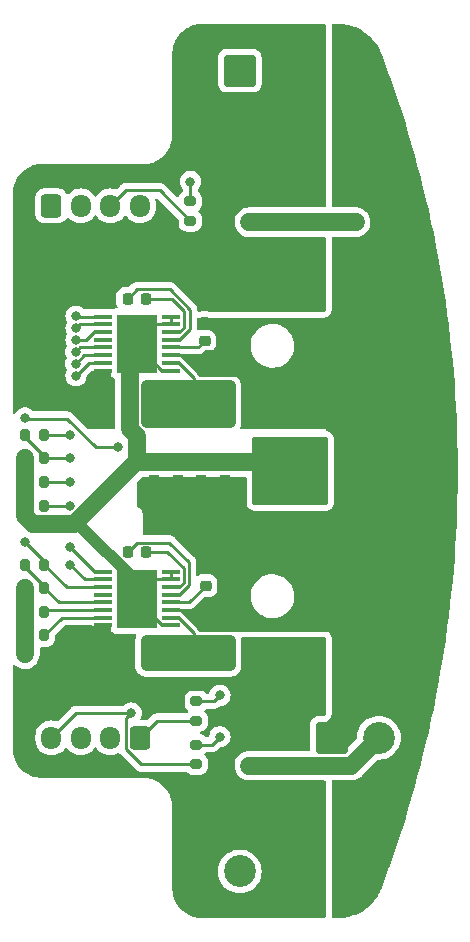
<source format=gbr>
%TF.GenerationSoftware,KiCad,Pcbnew,7.0.6*%
%TF.CreationDate,2024-02-11T22:16:59+09:00*%
%TF.ProjectId,MotorDriver_Right_DRV8874_20240206,4d6f746f-7244-4726-9976-65725f526967,rev?*%
%TF.SameCoordinates,Original*%
%TF.FileFunction,Copper,L1,Top*%
%TF.FilePolarity,Positive*%
%FSLAX46Y46*%
G04 Gerber Fmt 4.6, Leading zero omitted, Abs format (unit mm)*
G04 Created by KiCad (PCBNEW 7.0.6) date 2024-02-11 22:16:59*
%MOMM*%
%LPD*%
G01*
G04 APERTURE LIST*
G04 Aperture macros list*
%AMRoundRect*
0 Rectangle with rounded corners*
0 $1 Rounding radius*
0 $2 $3 $4 $5 $6 $7 $8 $9 X,Y pos of 4 corners*
0 Add a 4 corners polygon primitive as box body*
4,1,4,$2,$3,$4,$5,$6,$7,$8,$9,$2,$3,0*
0 Add four circle primitives for the rounded corners*
1,1,$1+$1,$2,$3*
1,1,$1+$1,$4,$5*
1,1,$1+$1,$6,$7*
1,1,$1+$1,$8,$9*
0 Add four rect primitives between the rounded corners*
20,1,$1+$1,$2,$3,$4,$5,0*
20,1,$1+$1,$4,$5,$6,$7,0*
20,1,$1+$1,$6,$7,$8,$9,0*
20,1,$1+$1,$8,$9,$2,$3,0*%
G04 Aperture macros list end*
%TA.AperFunction,ComponentPad*%
%ADD10O,1.700000X1.950000*%
%TD*%
%TA.AperFunction,ComponentPad*%
%ADD11RoundRect,0.250000X0.600000X0.725000X-0.600000X0.725000X-0.600000X-0.725000X0.600000X-0.725000X0*%
%TD*%
%TA.AperFunction,SMDPad,CuDef*%
%ADD12RoundRect,0.225000X0.250000X-0.225000X0.250000X0.225000X-0.250000X0.225000X-0.250000X-0.225000X0*%
%TD*%
%TA.AperFunction,SMDPad,CuDef*%
%ADD13RoundRect,0.200000X0.275000X-0.200000X0.275000X0.200000X-0.275000X0.200000X-0.275000X-0.200000X0*%
%TD*%
%TA.AperFunction,ComponentPad*%
%ADD14C,2.700000*%
%TD*%
%TA.AperFunction,ComponentPad*%
%ADD15RoundRect,0.250001X-1.099999X1.099999X-1.099999X-1.099999X1.099999X-1.099999X1.099999X1.099999X0*%
%TD*%
%TA.AperFunction,SMDPad,CuDef*%
%ADD16RoundRect,0.200000X0.200000X0.275000X-0.200000X0.275000X-0.200000X-0.275000X0.200000X-0.275000X0*%
%TD*%
%TA.AperFunction,ComponentPad*%
%ADD17RoundRect,0.250000X-0.600000X-0.725000X0.600000X-0.725000X0.600000X0.725000X-0.600000X0.725000X0*%
%TD*%
%TA.AperFunction,SMDPad,CuDef*%
%ADD18RoundRect,0.200000X-0.200000X-0.275000X0.200000X-0.275000X0.200000X0.275000X-0.200000X0.275000X0*%
%TD*%
%TA.AperFunction,SMDPad,CuDef*%
%ADD19RoundRect,0.225000X0.225000X0.250000X-0.225000X0.250000X-0.225000X-0.250000X0.225000X-0.250000X0*%
%TD*%
%TA.AperFunction,SMDPad,CuDef*%
%ADD20RoundRect,0.100000X-0.687500X-0.100000X0.687500X-0.100000X0.687500X0.100000X-0.687500X0.100000X0*%
%TD*%
%TA.AperFunction,SMDPad,CuDef*%
%ADD21R,3.400000X5.000000*%
%TD*%
%TA.AperFunction,ComponentPad*%
%ADD22RoundRect,0.250001X-1.099999X-1.099999X1.099999X-1.099999X1.099999X1.099999X-1.099999X1.099999X0*%
%TD*%
%TA.AperFunction,SMDPad,CuDef*%
%ADD23RoundRect,0.250000X0.850000X0.350000X-0.850000X0.350000X-0.850000X-0.350000X0.850000X-0.350000X0*%
%TD*%
%TA.AperFunction,SMDPad,CuDef*%
%ADD24RoundRect,0.250000X1.275000X1.125000X-1.275000X1.125000X-1.275000X-1.125000X1.275000X-1.125000X0*%
%TD*%
%TA.AperFunction,SMDPad,CuDef*%
%ADD25RoundRect,0.249997X2.950003X2.650003X-2.950003X2.650003X-2.950003X-2.650003X2.950003X-2.650003X0*%
%TD*%
%TA.AperFunction,ViaPad*%
%ADD26C,0.800000*%
%TD*%
%TA.AperFunction,Conductor*%
%ADD27C,1.500000*%
%TD*%
%TA.AperFunction,Conductor*%
%ADD28C,0.250000*%
%TD*%
%TA.AperFunction,Conductor*%
%ADD29C,1.000000*%
%TD*%
G04 APERTURE END LIST*
D10*
%TO.P,J4,4,Pin_4*%
%TO.N,PH-2*%
X95734915Y-97162133D03*
%TO.P,J4,3,Pin_3*%
%TO.N,EN-1*%
X98234915Y-97162133D03*
%TO.P,J4,2,Pin_2*%
%TO.N,unconnected-(J4-Pin_2-Pad2)*%
X100734915Y-97162133D03*
D11*
%TO.P,J4,1,Pin_1*%
%TO.N,PH-1*%
X103234915Y-97162133D03*
%TD*%
D12*
%TO.P,C8,2*%
%TO.N,VIN*%
X108712500Y-62007500D03*
%TO.P,C8,1*%
%TO.N,Net-(U2-VCP)*%
X108712500Y-63557500D03*
%TD*%
D13*
%TO.P,R7,2*%
%TO.N,Net-(D3-A)*%
X108000000Y-94062500D03*
%TO.P,R7,1*%
%TO.N,PH-1*%
X108000000Y-95712500D03*
%TD*%
D12*
%TO.P,C1,2*%
%TO.N,GND*%
X104462500Y-73787500D03*
%TO.P,C1,1*%
%TO.N,VIN*%
X104462500Y-75337500D03*
%TD*%
%TO.P,C3,2*%
%TO.N,GND*%
X108442500Y-73787500D03*
%TO.P,C3,1*%
%TO.N,VIN*%
X108442500Y-75337500D03*
%TD*%
D14*
%TO.P,M4,2,Pin_2*%
%TO.N,OUT1-2*%
X111684915Y-44617133D03*
D15*
%TO.P,M4,1,Pin_1*%
%TO.N,OUT2-2*%
X111684915Y-40657133D03*
%TD*%
D16*
%TO.P,R9,2*%
%TO.N,VREF-2*%
X93500000Y-71487500D03*
%TO.P,R9,1*%
%TO.N,SLEEP-1*%
X95150000Y-71487500D03*
%TD*%
%TO.P,R2,2*%
%TO.N,VREF-1*%
X93500000Y-82487500D03*
%TO.P,R2,1*%
%TO.N,SLEEP-1*%
X95150000Y-82487500D03*
%TD*%
D10*
%TO.P,J5,4,Pin_4*%
%TO.N,GND*%
X103234915Y-52112133D03*
%TO.P,J5,3,Pin_3*%
%TO.N,SLEEP-1*%
X100734915Y-52112133D03*
%TO.P,J5,2,Pin_2*%
%TO.N,EN-2*%
X98234915Y-52112133D03*
D17*
%TO.P,J5,1,Pin_1*%
%TO.N,unconnected-(J5-Pin_1-Pad1)*%
X95734915Y-52112133D03*
%TD*%
D18*
%TO.P,R5,2*%
%TO.N,Net-(U2-IPROPI)*%
X95150000Y-75487500D03*
%TO.P,R5,1*%
%TO.N,GND*%
X93500000Y-75487500D03*
%TD*%
D12*
%TO.P,C5,2*%
%TO.N,GND*%
X110462500Y-73787500D03*
%TO.P,C5,1*%
%TO.N,VIN*%
X110462500Y-75337500D03*
%TD*%
D18*
%TO.P,R1,2*%
%TO.N,Net-(U1-IPROPI)*%
X95150000Y-86487500D03*
%TO.P,R1,1*%
%TO.N,GND*%
X93500000Y-86487500D03*
%TD*%
D19*
%TO.P,C4,2*%
%TO.N,Net-(U1-CPH)*%
X102187500Y-81437867D03*
%TO.P,C4,1*%
%TO.N,Net-(U1-CPL)*%
X103737500Y-81437867D03*
%TD*%
D16*
%TO.P,R4,2*%
%TO.N,GND*%
X93500000Y-88487500D03*
%TO.P,R4,1*%
%TO.N,IMODE-1*%
X95150000Y-88487500D03*
%TD*%
D13*
%TO.P,R8,2*%
%TO.N,Net-(D4-A)*%
X108000000Y-97737500D03*
%TO.P,R8,1*%
%TO.N,PH-2*%
X108000000Y-99387500D03*
%TD*%
D16*
%TO.P,R10,2*%
%TO.N,GND*%
X93500000Y-73487500D03*
%TO.P,R10,1*%
%TO.N,VREF-2*%
X95150000Y-73487500D03*
%TD*%
%TO.P,R11,2*%
%TO.N,GND*%
X93500000Y-77487500D03*
%TO.P,R11,1*%
%TO.N,IMODE-2*%
X95150000Y-77487500D03*
%TD*%
D12*
%TO.P,C6,2*%
%TO.N,VIN*%
X108825000Y-82712500D03*
%TO.P,C6,1*%
%TO.N,Net-(U1-VCP)*%
X108825000Y-84262500D03*
%TD*%
D20*
%TO.P,U1,1,EN*%
%TO.N,EN-1*%
X100100000Y-83087500D03*
%TO.P,U1,2,PH*%
%TO.N,PH-1*%
X100100000Y-83737500D03*
%TO.P,U1,3,SLEEP*%
%TO.N,SLEEP-1*%
X100100000Y-84387500D03*
%TO.P,U1,4,FAULT*%
%TO.N,unconnected-(U1-FAULT-Pad4)*%
X100100000Y-85037500D03*
%TO.P,U1,5,VREF*%
%TO.N,VREF-1*%
X100100000Y-85687500D03*
%TO.P,U1,6,IPROPI*%
%TO.N,Net-(U1-IPROPI)*%
X100100000Y-86337500D03*
%TO.P,U1,7,IMODE*%
%TO.N,IMODE-1*%
X100100000Y-86987500D03*
%TO.P,U1,8,OUT1*%
%TO.N,OUT1-1*%
X100100000Y-87637500D03*
%TO.P,U1,9,PGND*%
%TO.N,GND*%
X105825000Y-87637500D03*
%TO.P,U1,10,OUT2*%
%TO.N,OUT2-1*%
X105825000Y-86987500D03*
%TO.P,U1,11,VM*%
%TO.N,VIN*%
X105825000Y-86337500D03*
%TO.P,U1,12,VCP*%
%TO.N,Net-(U1-VCP)*%
X105825000Y-85687500D03*
%TO.P,U1,13,CPH*%
%TO.N,Net-(U1-CPH)*%
X105825000Y-85037500D03*
%TO.P,U1,14,CPL*%
%TO.N,Net-(U1-CPL)*%
X105825000Y-84387500D03*
%TO.P,U1,15,GND*%
%TO.N,GND*%
X105825000Y-83737500D03*
%TO.P,U1,16,PMODE*%
X105825000Y-83087500D03*
D21*
%TO.P,U1,17,PAD*%
X102962500Y-85362500D03*
%TD*%
D14*
%TO.P,M3,2,Pin_2*%
%TO.N,OUT2-1*%
X111684915Y-108467867D03*
D15*
%TO.P,M3,1,Pin_1*%
%TO.N,OUT1-1*%
X111684915Y-104507867D03*
%TD*%
D19*
%TO.P,C7,2*%
%TO.N,Net-(U2-CPH)*%
X102187500Y-59987500D03*
%TO.P,C7,1*%
%TO.N,Net-(U2-CPL)*%
X103737500Y-59987500D03*
%TD*%
D21*
%TO.P,U2,17,PAD*%
%TO.N,GND*%
X102962500Y-63782500D03*
D20*
%TO.P,U2,16,PMODE*%
X105825000Y-61507500D03*
%TO.P,U2,15,GND*%
X105825000Y-62157500D03*
%TO.P,U2,14,CPL*%
%TO.N,Net-(U2-CPL)*%
X105825000Y-62807500D03*
%TO.P,U2,13,CPH*%
%TO.N,Net-(U2-CPH)*%
X105825000Y-63457500D03*
%TO.P,U2,12,VCP*%
%TO.N,Net-(U2-VCP)*%
X105825000Y-64107500D03*
%TO.P,U2,11,VM*%
%TO.N,VIN*%
X105825000Y-64757500D03*
%TO.P,U2,10,OUT2*%
%TO.N,OUT2-2*%
X105825000Y-65407500D03*
%TO.P,U2,9,PGND*%
%TO.N,GND*%
X105825000Y-66057500D03*
%TO.P,U2,8,OUT1*%
%TO.N,OUT1-2*%
X100100000Y-66057500D03*
%TO.P,U2,7,IMODE*%
%TO.N,IMODE-2*%
X100100000Y-65407500D03*
%TO.P,U2,6,IPROPI*%
%TO.N,Net-(U2-IPROPI)*%
X100100000Y-64757500D03*
%TO.P,U2,5,VREF*%
%TO.N,VREF-2*%
X100100000Y-64107500D03*
%TO.P,U2,4,FAULT*%
%TO.N,unconnected-(U2-FAULT-Pad4)*%
X100100000Y-63457500D03*
%TO.P,U2,3,SLEEP*%
%TO.N,SLEEP-1*%
X100100000Y-62807500D03*
%TO.P,U2,2,PH*%
%TO.N,PH-2*%
X100100000Y-62157500D03*
%TO.P,U2,1,EN*%
%TO.N,EN-2*%
X100100000Y-61507500D03*
%TD*%
D13*
%TO.P,R6,1*%
%TO.N,SLEEP-1*%
X107500000Y-53387500D03*
%TO.P,R6,2*%
%TO.N,Net-(D2-A)*%
X107500000Y-51737500D03*
%TD*%
D16*
%TO.P,R3,2*%
%TO.N,GND*%
X93500000Y-84487500D03*
%TO.P,R3,1*%
%TO.N,VREF-1*%
X95150000Y-84487500D03*
%TD*%
D14*
%TO.P,VIN,2,Pin_2*%
%TO.N,GND*%
X123464915Y-97137133D03*
D22*
%TO.P,VIN,1,Pin_1*%
%TO.N,VIN*%
X119504915Y-97137133D03*
%TD*%
D23*
%TO.P,D1,3,A*%
%TO.N,VIN*%
X122262500Y-72282500D03*
D24*
%TO.P,D1,2,K*%
%TO.N,GND*%
X114287500Y-73037500D03*
X114287500Y-76087500D03*
D25*
X115962500Y-74562500D03*
D24*
X117637500Y-73037500D03*
X117637500Y-76087500D03*
D23*
%TO.P,D1,1,A*%
%TO.N,VIN*%
X122262500Y-76842500D03*
%TD*%
D12*
%TO.P,C2,2*%
%TO.N,GND*%
X106462500Y-73787500D03*
%TO.P,C2,1*%
%TO.N,VIN*%
X106462500Y-75337500D03*
%TD*%
D26*
%TO.N,GND*%
X112500000Y-53500000D03*
X121500000Y-53500000D03*
X112500000Y-99500000D03*
%TO.N,Net-(D3-A)*%
X110000000Y-93562500D03*
%TO.N,Net-(D4-A)*%
X110000000Y-97062500D03*
%TO.N,Net-(D2-A)*%
X107500000Y-50062500D03*
%TO.N,SLEEP-1*%
X97825575Y-63457650D03*
%TO.N,PH-2*%
X97823654Y-62458148D03*
X93500000Y-70062500D03*
X101374500Y-72562500D03*
X102500000Y-95062500D03*
%TO.N,SLEEP-1*%
X93500000Y-80562500D03*
%TO.N,GND*%
X93500000Y-90062500D03*
X97659189Y-79062500D03*
%TO.N,OUT2-2*%
X103825000Y-70407500D03*
X104825000Y-70407500D03*
X105825000Y-70407500D03*
X106825000Y-70407500D03*
X107825000Y-70407500D03*
X108825000Y-70407500D03*
X109825000Y-70407500D03*
X110825000Y-70407500D03*
X110825000Y-67407500D03*
X110825000Y-68407500D03*
X110825000Y-69407500D03*
X109825000Y-69407500D03*
X109825000Y-68407500D03*
X109825000Y-67407500D03*
X108825000Y-67407500D03*
X108825000Y-68407500D03*
X108825000Y-69407500D03*
X107825000Y-69407500D03*
X107825000Y-68407500D03*
X106825000Y-68407500D03*
X106825000Y-69407500D03*
X105825000Y-69407500D03*
X105825000Y-68407500D03*
X104825000Y-68407500D03*
X104825000Y-69407500D03*
X103825000Y-69407500D03*
X103825000Y-68407500D03*
X103825000Y-67407500D03*
X104825000Y-67407500D03*
X105825000Y-67407500D03*
X106825000Y-67407500D03*
X107825000Y-67407500D03*
%TO.N,SLEEP-1*%
X97325000Y-71487500D03*
%TO.N,VREF-2*%
X97325000Y-73487500D03*
%TO.N,Net-(U2-IPROPI)*%
X97325000Y-75487500D03*
%TO.N,IMODE-2*%
X97325000Y-77487500D03*
%TO.N,EN-2*%
X97825000Y-61458646D03*
%TO.N,VREF-2*%
X97806337Y-64456967D03*
%TO.N,Net-(U2-IPROPI)*%
X97812701Y-65475201D03*
%TO.N,IMODE-2*%
X97825000Y-66487500D03*
%TO.N,EN-1*%
X97325000Y-80987500D03*
%TO.N,PH-1*%
X97325000Y-82487500D03*
%TO.N,OUT2-1*%
X109825000Y-88987500D03*
X109825000Y-89987500D03*
X108825000Y-89987500D03*
X108825000Y-88987500D03*
X107825000Y-88987500D03*
X107825000Y-89987500D03*
X106825000Y-89987500D03*
X106825000Y-88987500D03*
X105825000Y-88987500D03*
X105825000Y-89987500D03*
X104825000Y-89987500D03*
X104825000Y-88987500D03*
X103825000Y-88987500D03*
X103825000Y-89987500D03*
X103825000Y-90987500D03*
X104825000Y-90987500D03*
X105825000Y-90987500D03*
X106825000Y-90987500D03*
X107825000Y-90987500D03*
X108825000Y-90987500D03*
X109825000Y-90987500D03*
X110825000Y-90987500D03*
X110825000Y-89987500D03*
X110825000Y-88987500D03*
%TD*%
D27*
%TO.N,GND*%
X112500000Y-53500000D02*
X121500000Y-53500000D01*
X121102048Y-99500000D02*
X123464915Y-97137133D01*
X112500000Y-99500000D02*
X121102048Y-99500000D01*
D28*
%TO.N,PH-1*%
X104684548Y-95712500D02*
X103234915Y-97162133D01*
X108000000Y-95712500D02*
X104684548Y-95712500D01*
%TO.N,PH-2*%
X102059915Y-98125306D02*
X103322109Y-99387500D01*
X102059915Y-95502585D02*
X102059915Y-98125306D01*
X102500000Y-95062500D02*
X102059915Y-95502585D01*
X103322109Y-99387500D02*
X108000000Y-99387500D01*
%TO.N,Net-(D3-A)*%
X109500000Y-94062500D02*
X110000000Y-93562500D01*
X108000000Y-94062500D02*
X109500000Y-94062500D01*
%TO.N,Net-(D4-A)*%
X109325000Y-97737500D02*
X110000000Y-97062500D01*
X108000000Y-97737500D02*
X109325000Y-97737500D01*
%TO.N,Net-(D2-A)*%
X107500000Y-51737500D02*
X107500000Y-50062500D01*
%TO.N,SLEEP-1*%
X102034915Y-50812133D02*
X100734915Y-52112133D01*
X104924633Y-50812133D02*
X102034915Y-50812133D01*
X107500000Y-53387500D02*
X104924633Y-50812133D01*
X98000000Y-63457650D02*
X98711309Y-63457650D01*
X97825575Y-63457650D02*
X98000000Y-63457650D01*
X99361459Y-62807500D02*
X100100000Y-62807500D01*
X98711309Y-63457650D02*
X99361459Y-62807500D01*
%TO.N,PH-2*%
X100100000Y-62157500D02*
X98124302Y-62157500D01*
X98124302Y-62157500D02*
X97823654Y-62458148D01*
X93581337Y-70143837D02*
X93500000Y-70062500D01*
X97081337Y-70143837D02*
X93581337Y-70143837D01*
X101374500Y-72562500D02*
X99500000Y-72562500D01*
X99500000Y-72562500D02*
X97081337Y-70143837D01*
X102500000Y-95062500D02*
X97834548Y-95062500D01*
X97834548Y-95062500D02*
X95734915Y-97162133D01*
D27*
%TO.N,GND*%
X102375000Y-64370000D02*
X102962500Y-63782500D01*
X103000000Y-71633110D02*
X102375000Y-71008110D01*
X103000000Y-73721689D02*
X103000000Y-71633110D01*
X102375000Y-71008110D02*
X102375000Y-64370000D01*
X102934189Y-73787500D02*
X103000000Y-73721689D01*
D28*
%TO.N,SLEEP-1*%
X95150000Y-82212500D02*
X93500000Y-80562500D01*
X95150000Y-82487500D02*
X95150000Y-82212500D01*
D27*
%TO.N,GND*%
X115187500Y-73787500D02*
X115962500Y-74562500D01*
X110462500Y-73787500D02*
X115187500Y-73787500D01*
X93500000Y-88487500D02*
X93500000Y-90062500D01*
X102934189Y-73787500D02*
X97659189Y-79062500D01*
X104462500Y-73787500D02*
X102934189Y-73787500D01*
X94212500Y-79062500D02*
X97659189Y-79062500D01*
D29*
X102962500Y-83996015D02*
X102962500Y-85362500D01*
X98028985Y-79062500D02*
X102962500Y-83996015D01*
X97659189Y-79062500D02*
X98028985Y-79062500D01*
D27*
X93500000Y-78350000D02*
X93500000Y-77487500D01*
X94212500Y-79062500D02*
X93500000Y-78350000D01*
X104462500Y-73787500D02*
X110462500Y-73787500D01*
D29*
%TO.N,OUT2-2*%
X103825000Y-69407500D02*
X103825000Y-70407500D01*
X104825000Y-70407500D02*
X103825000Y-70407500D01*
X105825000Y-70407500D02*
X104825000Y-70407500D01*
X106825000Y-70407500D02*
X105825000Y-70407500D01*
X107825000Y-70407500D02*
X106825000Y-70407500D01*
X108825000Y-70407500D02*
X107825000Y-70407500D01*
X109825000Y-70407500D02*
X108825000Y-70407500D01*
X110825000Y-70407500D02*
X109825000Y-70407500D01*
X110825000Y-69407500D02*
X110825000Y-70407500D01*
D28*
%TO.N,VIN*%
X105825000Y-64757500D02*
X106675000Y-64757500D01*
X106675000Y-64757500D02*
X108325000Y-66407500D01*
X108325000Y-66407500D02*
X111825000Y-66407500D01*
X108475000Y-64757500D02*
X108825000Y-64407500D01*
X108825000Y-64407500D02*
X109825000Y-64407500D01*
X105825000Y-64757500D02*
X108475000Y-64757500D01*
%TO.N,OUT2-2*%
X107825000Y-66668959D02*
X107825000Y-67407500D01*
X106563541Y-65407500D02*
X107825000Y-66668959D01*
X105825000Y-65407500D02*
X106563541Y-65407500D01*
D29*
X108825000Y-69407500D02*
X109825000Y-69407500D01*
X106825000Y-69407500D02*
X107825000Y-69407500D01*
X104825000Y-69407500D02*
X105825000Y-69407500D01*
X104825000Y-68407500D02*
X103825000Y-68407500D01*
X106825000Y-68407500D02*
X105825000Y-68407500D01*
X108825000Y-68407500D02*
X107825000Y-68407500D01*
X109825000Y-67407500D02*
X110825000Y-67407500D01*
X108825000Y-67407500D02*
X107825000Y-67407500D01*
X110825000Y-68407500D02*
X110825000Y-67407500D01*
X110825000Y-69407500D02*
X110825000Y-68407500D01*
X109825000Y-69407500D02*
X110825000Y-69407500D01*
X109825000Y-68407500D02*
X109825000Y-69407500D01*
X109825000Y-67407500D02*
X109825000Y-68407500D01*
X108825000Y-67407500D02*
X109825000Y-67407500D01*
X108825000Y-68407500D02*
X108825000Y-67407500D01*
X108825000Y-69407500D02*
X108825000Y-68407500D01*
X107825000Y-69407500D02*
X108825000Y-69407500D01*
X107825000Y-68407500D02*
X107825000Y-69407500D01*
X106825000Y-68407500D02*
X107825000Y-68407500D01*
X106825000Y-69407500D02*
X106825000Y-68407500D01*
X105825000Y-69407500D02*
X106825000Y-69407500D01*
X105825000Y-68407500D02*
X105825000Y-69407500D01*
X104825000Y-68407500D02*
X105825000Y-68407500D01*
X104825000Y-69407500D02*
X104825000Y-68407500D01*
X103825000Y-69407500D02*
X104825000Y-69407500D01*
X103825000Y-68407500D02*
X103825000Y-69407500D01*
X103825000Y-67407500D02*
X103825000Y-68407500D01*
X104825000Y-67407500D02*
X103825000Y-67407500D01*
X105825000Y-67407500D02*
X104825000Y-67407500D01*
X106825000Y-67407500D02*
X105825000Y-67407500D01*
X107825000Y-67407500D02*
X106825000Y-67407500D01*
D28*
%TO.N,VIN*%
X108712500Y-85282500D02*
X109462500Y-85282500D01*
X107657500Y-86337500D02*
X108712500Y-85282500D01*
X106675000Y-86337500D02*
X107657500Y-86337500D01*
%TO.N,Net-(U2-VCP)*%
X105825000Y-64107500D02*
X108162500Y-64107500D01*
X108162500Y-64107500D02*
X108712500Y-63557500D01*
%TO.N,Net-(U2-CPL)*%
X106937500Y-61007500D02*
X105917500Y-59987500D01*
X106937500Y-62433541D02*
X106937500Y-61007500D01*
X106563541Y-62807500D02*
X106937500Y-62433541D01*
X105825000Y-62807500D02*
X106563541Y-62807500D01*
X105917500Y-59987500D02*
X103737500Y-59987500D01*
%TO.N,Net-(U2-CPH)*%
X106563541Y-63457500D02*
X105825000Y-63457500D01*
X107462500Y-60896104D02*
X107462500Y-62558541D01*
X107462500Y-62558541D02*
X106563541Y-63457500D01*
X105753896Y-59187500D02*
X107462500Y-60896104D01*
X102187500Y-59987500D02*
X102987500Y-59187500D01*
X102987500Y-59187500D02*
X105753896Y-59187500D01*
%TO.N,SLEEP-1*%
X95150000Y-71487500D02*
X97325000Y-71487500D01*
%TO.N,VREF-2*%
X93500000Y-71662500D02*
X95150000Y-73312500D01*
X93500000Y-71487500D02*
X93500000Y-71662500D01*
X95150000Y-73312500D02*
X95150000Y-73487500D01*
X95150000Y-73487500D02*
X97325000Y-73487500D01*
%TO.N,Net-(U2-IPROPI)*%
X95150000Y-75487500D02*
X97325000Y-75487500D01*
%TO.N,IMODE-2*%
X95150000Y-77487500D02*
X97325000Y-77487500D01*
D27*
%TO.N,GND*%
X93500000Y-73487500D02*
X93500000Y-77487500D01*
D28*
%TO.N,EN-2*%
X97873854Y-61507500D02*
X97825000Y-61458646D01*
X100100000Y-61507500D02*
X97873854Y-61507500D01*
%TO.N,VREF-2*%
X98155804Y-64107500D02*
X97806337Y-64456967D01*
X100100000Y-64107500D02*
X98155804Y-64107500D01*
%TO.N,Net-(U2-IPROPI)*%
X98530402Y-64757500D02*
X97812701Y-65475201D01*
X100100000Y-64757500D02*
X98530402Y-64757500D01*
%TO.N,IMODE-2*%
X98905000Y-65407500D02*
X97825000Y-66487500D01*
X100100000Y-65407500D02*
X98905000Y-65407500D01*
%TO.N,VIN*%
X108325000Y-87987500D02*
X119825000Y-87987500D01*
X105825000Y-86337500D02*
X106675000Y-86337500D01*
X106675000Y-86337500D02*
X108325000Y-87987500D01*
%TO.N,OUT2-1*%
X106563541Y-86987500D02*
X107825000Y-88248959D01*
X107825000Y-88248959D02*
X107825000Y-88987500D01*
X105825000Y-86987500D02*
X106563541Y-86987500D01*
D29*
X107825000Y-88987500D02*
X110825000Y-88987500D01*
D28*
%TO.N,Net-(U1-VCP)*%
X105825000Y-85687500D02*
X107400000Y-85687500D01*
X107400000Y-85687500D02*
X108825000Y-84262500D01*
%TO.N,EN-1*%
X99425000Y-83087500D02*
X97325000Y-80987500D01*
X100100000Y-83087500D02*
X99425000Y-83087500D01*
%TO.N,PH-1*%
X98575000Y-83737500D02*
X97325000Y-82487500D01*
X100100000Y-83737500D02*
X98575000Y-83737500D01*
%TO.N,SLEEP-1*%
X100100000Y-84387500D02*
X97050000Y-84387500D01*
X97050000Y-84387500D02*
X95150000Y-82487500D01*
%TO.N,IMODE-1*%
X96650000Y-86987500D02*
X100100000Y-86987500D01*
X95150000Y-88487500D02*
X96650000Y-86987500D01*
%TO.N,Net-(U1-IPROPI)*%
X95300000Y-86337500D02*
X100100000Y-86337500D01*
X95150000Y-86487500D02*
X95300000Y-86337500D01*
%TO.N,VREF-1*%
X96350000Y-85687500D02*
X95150000Y-84487500D01*
X100100000Y-85687500D02*
X96350000Y-85687500D01*
X95150000Y-84312500D02*
X95150000Y-84487500D01*
X93500000Y-82662500D02*
X95150000Y-84312500D01*
X93500000Y-82487500D02*
X93500000Y-82662500D01*
D27*
%TO.N,GND*%
X93500000Y-84487500D02*
X93500000Y-88487500D01*
D29*
%TO.N,OUT2-1*%
X106825000Y-88987500D02*
X107825000Y-88987500D01*
X104825000Y-88987500D02*
X105825000Y-88987500D01*
X104825000Y-89987500D02*
X103825000Y-89987500D01*
X106825000Y-89987500D02*
X105825000Y-89987500D01*
X108825000Y-89987500D02*
X107825000Y-89987500D01*
X109825000Y-89987500D02*
X109825000Y-90987500D01*
X109825000Y-89987500D02*
X109825000Y-88987500D01*
X108825000Y-89987500D02*
X109825000Y-89987500D01*
X108825000Y-88987500D02*
X108825000Y-89987500D01*
X107825000Y-89987500D02*
X107825000Y-88987500D01*
X106825000Y-89987500D02*
X107825000Y-89987500D01*
X106825000Y-88987500D02*
X106825000Y-89987500D01*
X105825000Y-88987500D02*
X106825000Y-88987500D01*
X105825000Y-89987500D02*
X105825000Y-88987500D01*
X104825000Y-89987500D02*
X105825000Y-89987500D01*
X104825000Y-88987500D02*
X104825000Y-89987500D01*
X103825000Y-88987500D02*
X104825000Y-88987500D01*
X103825000Y-89987500D02*
X103825000Y-88987500D01*
X103825000Y-90987500D02*
X103825000Y-89987500D01*
X104825000Y-90987500D02*
X103825000Y-90987500D01*
X105825000Y-90987500D02*
X104825000Y-90987500D01*
X106825000Y-90987500D02*
X105825000Y-90987500D01*
X107825000Y-90987500D02*
X106825000Y-90987500D01*
X108825000Y-90987500D02*
X107825000Y-90987500D01*
X109825000Y-90987500D02*
X108825000Y-90987500D01*
X110825000Y-90987500D02*
X109825000Y-90987500D01*
X110825000Y-89987500D02*
X110825000Y-90987500D01*
X110825000Y-88987500D02*
X110825000Y-89987500D01*
D28*
%TO.N,GND*%
X104587500Y-62157500D02*
X102962500Y-63782500D01*
X105825000Y-62157500D02*
X104587500Y-62157500D01*
X105825000Y-61507500D02*
X105825000Y-62157500D01*
X105086459Y-66057500D02*
X102962500Y-63933541D01*
X105825000Y-66057500D02*
X105086459Y-66057500D01*
X102962500Y-63933541D02*
X102962500Y-63782500D01*
X105086459Y-87637500D02*
X102962500Y-85513541D01*
X102962500Y-85513541D02*
X102962500Y-85362500D01*
X105825000Y-87637500D02*
X105086459Y-87637500D01*
X104587500Y-83737500D02*
X102962500Y-85362500D01*
X105825000Y-83737500D02*
X104587500Y-83737500D01*
X105825000Y-83087500D02*
X105825000Y-83737500D01*
%TO.N,Net-(U1-CPH)*%
X106563541Y-85037500D02*
X105825000Y-85037500D01*
X107387500Y-82287500D02*
X107387500Y-84213541D01*
X105737867Y-80637867D02*
X107387500Y-82287500D01*
X102987500Y-80637867D02*
X105737867Y-80637867D01*
X107387500Y-84213541D02*
X106563541Y-85037500D01*
X102187500Y-81437867D02*
X102987500Y-80637867D01*
%TO.N,Net-(U1-CPL)*%
X105563908Y-81437867D02*
X103737500Y-81437867D01*
X106937500Y-82811459D02*
X105563908Y-81437867D01*
X106563541Y-84387500D02*
X106937500Y-84013541D01*
X105825000Y-84387500D02*
X106563541Y-84387500D01*
X106937500Y-84013541D02*
X106937500Y-82811459D01*
%TD*%
%TA.AperFunction,Conductor*%
%TO.N,VIN*%
G36*
X119981875Y-36707699D02*
G01*
X120108665Y-36713610D01*
X120360119Y-36726317D01*
X120365589Y-36726838D01*
X120537561Y-36751019D01*
X120744182Y-36782527D01*
X120749100Y-36783483D01*
X120926751Y-36825602D01*
X121120997Y-36875654D01*
X121125345Y-36876947D01*
X121272682Y-36926739D01*
X121301875Y-36936605D01*
X121486996Y-37004819D01*
X121490785Y-37006358D01*
X121662856Y-37082993D01*
X121838847Y-37168855D01*
X121842032Y-37170525D01*
X122007235Y-37263387D01*
X122173213Y-37366240D01*
X122175829Y-37367954D01*
X122330910Y-37475239D01*
X122333433Y-37477079D01*
X122488062Y-37596006D01*
X122540084Y-37639673D01*
X122633450Y-37718043D01*
X122636131Y-37720429D01*
X122778162Y-37854474D01*
X122910988Y-37988904D01*
X122913755Y-37991896D01*
X123042227Y-38140323D01*
X123160976Y-38285294D01*
X123163740Y-38288933D01*
X123278071Y-38451614D01*
X123381113Y-38604453D01*
X123383763Y-38608751D01*
X123484503Y-38788114D01*
X123569362Y-38943417D01*
X123571796Y-38948385D01*
X123668578Y-39170525D01*
X123722514Y-39295651D01*
X123723806Y-39298896D01*
X124357883Y-41032342D01*
X124392689Y-41127575D01*
X124815452Y-42357057D01*
X125034325Y-42995268D01*
X125397984Y-44123904D01*
X125638951Y-44875236D01*
X125966484Y-45963968D01*
X126206339Y-46766765D01*
X126505306Y-47835589D01*
X126736267Y-48669107D01*
X127010112Y-49727160D01*
X127228514Y-50581470D01*
X127479044Y-51633521D01*
X127682902Y-52503146D01*
X127911102Y-53551658D01*
X128099269Y-54433443D01*
X128305780Y-55480020D01*
X128477426Y-56371477D01*
X128662690Y-57417250D01*
X128817244Y-58316567D01*
X128981524Y-59362080D01*
X129118593Y-60267954D01*
X129262068Y-61313509D01*
X129381357Y-62224889D01*
X129504159Y-63270672D01*
X129605428Y-64186525D01*
X129707664Y-65232764D01*
X129790723Y-66152092D01*
X129872457Y-67198810D01*
X129937183Y-68120891D01*
X129998451Y-69168005D01*
X130044748Y-70092127D01*
X130085578Y-71139486D01*
X130113383Y-72064976D01*
X130133794Y-73112531D01*
X130143067Y-74038712D01*
X130143067Y-75086287D01*
X130133794Y-76012468D01*
X130113383Y-77060023D01*
X130085578Y-77985513D01*
X130044748Y-79032872D01*
X129998451Y-79956994D01*
X129937183Y-81004108D01*
X129872457Y-81926189D01*
X129790723Y-82972907D01*
X129707664Y-83892235D01*
X129605428Y-84938474D01*
X129504159Y-85854327D01*
X129381357Y-86900110D01*
X129262068Y-87811490D01*
X129118593Y-88857045D01*
X128981524Y-89762919D01*
X128817244Y-90808432D01*
X128662690Y-91707749D01*
X128477426Y-92753522D01*
X128305780Y-93644979D01*
X128099269Y-94691556D01*
X127911102Y-95573341D01*
X127682902Y-96621853D01*
X127479044Y-97491478D01*
X127228514Y-98543529D01*
X127010112Y-99397839D01*
X126736267Y-100455892D01*
X126505306Y-101289410D01*
X126206339Y-102358234D01*
X125966484Y-103161031D01*
X125638951Y-104249763D01*
X125397984Y-105001095D01*
X125034325Y-106129731D01*
X124815452Y-106767942D01*
X124392689Y-107997424D01*
X124357883Y-108092657D01*
X123723587Y-109826700D01*
X123722298Y-109829939D01*
X123674112Y-109941756D01*
X123571357Y-110177572D01*
X123568927Y-110182533D01*
X123488523Y-110329710D01*
X123383190Y-110517286D01*
X123380539Y-110521586D01*
X123280938Y-110669345D01*
X123163007Y-110837167D01*
X123160243Y-110840807D01*
X123044563Y-110982047D01*
X122912838Y-111134244D01*
X122910062Y-111137246D01*
X122780159Y-111268728D01*
X122635025Y-111405710D01*
X122632330Y-111408109D01*
X122489792Y-111527758D01*
X122332077Y-111649063D01*
X122329551Y-111650906D01*
X122177331Y-111756212D01*
X122174716Y-111757926D01*
X122005593Y-111862729D01*
X121843342Y-111953928D01*
X121840148Y-111955603D01*
X121660874Y-112043067D01*
X121491890Y-112118320D01*
X121488102Y-112119859D01*
X121299457Y-112189367D01*
X121126268Y-112247886D01*
X121121888Y-112249188D01*
X120923601Y-112300273D01*
X120749870Y-112341452D01*
X120744912Y-112342415D01*
X120532842Y-112374743D01*
X120366209Y-112398160D01*
X120360702Y-112398685D01*
X120095608Y-112412058D01*
X119982951Y-112417300D01*
X119980069Y-112417367D01*
X119592000Y-112417367D01*
X119524961Y-112397682D01*
X119479206Y-112344878D01*
X119468000Y-112293367D01*
X119468000Y-100874500D01*
X119487685Y-100807461D01*
X119540489Y-100761706D01*
X119592000Y-100750500D01*
X121028341Y-100750500D01*
X121035279Y-100750889D01*
X121073875Y-100755238D01*
X121073877Y-100755237D01*
X121073878Y-100755238D01*
X121091634Y-100754040D01*
X121142080Y-100750639D01*
X121146236Y-100750500D01*
X121158195Y-100750500D01*
X121158203Y-100750500D01*
X121200171Y-100746722D01*
X121298460Y-100740096D01*
X121302694Y-100739028D01*
X121321889Y-100735767D01*
X121326236Y-100735377D01*
X121421213Y-100709164D01*
X121516731Y-100685096D01*
X121520703Y-100683291D01*
X121539010Y-100676654D01*
X121543218Y-100675493D01*
X121631983Y-100632746D01*
X121721674Y-100592007D01*
X121725268Y-100589516D01*
X121742083Y-100579724D01*
X121746021Y-100577829D01*
X121825724Y-100519921D01*
X121906702Y-100463820D01*
X121909791Y-100460730D01*
X121924593Y-100448088D01*
X121928126Y-100445522D01*
X121996201Y-100374320D01*
X123343910Y-99026610D01*
X123405231Y-98993127D01*
X123440435Y-98990609D01*
X123464915Y-98992360D01*
X123464916Y-98992360D01*
X123483800Y-98991009D01*
X123728941Y-98973476D01*
X123987593Y-98917210D01*
X124235604Y-98824707D01*
X124467926Y-98697849D01*
X124679830Y-98539220D01*
X124867002Y-98352048D01*
X125025631Y-98140144D01*
X125152489Y-97907822D01*
X125244992Y-97659811D01*
X125301258Y-97401159D01*
X125320142Y-97137133D01*
X125301258Y-96873107D01*
X125244992Y-96614455D01*
X125152489Y-96366444D01*
X125107654Y-96284336D01*
X125025634Y-96134127D01*
X125025629Y-96134119D01*
X124867008Y-95922225D01*
X124866992Y-95922207D01*
X124679840Y-95735055D01*
X124679822Y-95735039D01*
X124467928Y-95576418D01*
X124467920Y-95576413D01*
X124235609Y-95449561D01*
X124235605Y-95449559D01*
X123987588Y-95357054D01*
X123728949Y-95300791D01*
X123728942Y-95300790D01*
X123464916Y-95281906D01*
X123464914Y-95281906D01*
X123200887Y-95300790D01*
X123200880Y-95300791D01*
X122942241Y-95357054D01*
X122694224Y-95449559D01*
X122694220Y-95449561D01*
X122461909Y-95576413D01*
X122461901Y-95576418D01*
X122250007Y-95735039D01*
X122249989Y-95735055D01*
X122062837Y-95922207D01*
X122062821Y-95922225D01*
X121904200Y-96134119D01*
X121904195Y-96134127D01*
X121777343Y-96366438D01*
X121777341Y-96366442D01*
X121684836Y-96614459D01*
X121628573Y-96873098D01*
X121628572Y-96873105D01*
X121609688Y-97137131D01*
X121609688Y-97137137D01*
X121611438Y-97161613D01*
X121596585Y-97229885D01*
X121575435Y-97258137D01*
X120620393Y-98213181D01*
X120559070Y-98246666D01*
X120532712Y-98249500D01*
X119086500Y-98249500D01*
X119019461Y-98229815D01*
X118973706Y-98177011D01*
X118962500Y-98125500D01*
X118962500Y-95870428D01*
X118982185Y-95803389D01*
X119034989Y-95757634D01*
X119047328Y-95752778D01*
X119100004Y-95735246D01*
X119221043Y-95657458D01*
X119273847Y-95611703D01*
X119368067Y-95502969D01*
X119427838Y-95372092D01*
X119447523Y-95305053D01*
X119447524Y-95305049D01*
X119468000Y-95162633D01*
X119468000Y-88737000D01*
X119456447Y-88629544D01*
X119445241Y-88578033D01*
X119426908Y-88522951D01*
X119411116Y-88475502D01*
X119411113Y-88475496D01*
X119411112Y-88475495D01*
X119333325Y-88354457D01*
X119297828Y-88313491D01*
X119287576Y-88301659D01*
X119287572Y-88301656D01*
X119287570Y-88301653D01*
X119178836Y-88207433D01*
X119178833Y-88207431D01*
X119178831Y-88207430D01*
X119047957Y-88147660D01*
X119043815Y-88146116D01*
X119044530Y-88144196D01*
X118992798Y-88110960D01*
X118963765Y-88047408D01*
X118963126Y-88038494D01*
X118962500Y-88037867D01*
X118962500Y-77963000D01*
X118962507Y-77963000D01*
X118962512Y-77963000D01*
X119065300Y-77952499D01*
X119231836Y-77897315D01*
X119381157Y-77805212D01*
X119505212Y-77681157D01*
X119597315Y-77531836D01*
X119652499Y-77365300D01*
X119663000Y-77262512D01*
X119663000Y-71862488D01*
X119652499Y-71759700D01*
X119597315Y-71593164D01*
X119597311Y-71593158D01*
X119597310Y-71593155D01*
X119505214Y-71443846D01*
X119505211Y-71443842D01*
X119381157Y-71319788D01*
X119381153Y-71319785D01*
X119231844Y-71227689D01*
X119231838Y-71227686D01*
X119231836Y-71227685D01*
X119231833Y-71227684D01*
X119065299Y-71172500D01*
X119060538Y-71171481D01*
X118999106Y-71138196D01*
X118965421Y-71076983D01*
X118962500Y-71050229D01*
X118962500Y-71037867D01*
X111831370Y-71037867D01*
X111764331Y-71018182D01*
X111718576Y-70965378D01*
X111708632Y-70896220D01*
X111717418Y-70864971D01*
X111733802Y-70826788D01*
X111735085Y-70823992D01*
X111768060Y-70756771D01*
X111772098Y-70741172D01*
X111778191Y-70723351D01*
X111784540Y-70708558D01*
X111799607Y-70635230D01*
X111800299Y-70632249D01*
X111819063Y-70559785D01*
X111819879Y-70543693D01*
X111822258Y-70525016D01*
X111825500Y-70509242D01*
X111825500Y-70434428D01*
X111825580Y-70431288D01*
X111828041Y-70382745D01*
X111829369Y-70356564D01*
X111826930Y-70340642D01*
X111825500Y-70321866D01*
X111825500Y-69434428D01*
X111825580Y-69431288D01*
X111826894Y-69405351D01*
X111829369Y-69356564D01*
X111826930Y-69340642D01*
X111825500Y-69321866D01*
X111825500Y-67434428D01*
X111825580Y-67431288D01*
X111826894Y-67405351D01*
X111829369Y-67356564D01*
X111818039Y-67282613D01*
X111817643Y-67279499D01*
X111810074Y-67205063D01*
X111810072Y-67205056D01*
X111805251Y-67189689D01*
X111800994Y-67171349D01*
X111798556Y-67155429D01*
X111772553Y-67085220D01*
X111771565Y-67082325D01*
X111749159Y-67010912D01*
X111741339Y-66996824D01*
X111733482Y-66979725D01*
X111727886Y-66964613D01*
X111688296Y-66901097D01*
X111686725Y-66898429D01*
X111650409Y-66832998D01*
X111639921Y-66820781D01*
X111628773Y-66805600D01*
X111628489Y-66805145D01*
X111620252Y-66791929D01*
X111568701Y-66737697D01*
X111566600Y-66735372D01*
X111517873Y-66678612D01*
X111517868Y-66678608D01*
X111517866Y-66678605D01*
X111505126Y-66668743D01*
X111491155Y-66656120D01*
X111480063Y-66644450D01*
X111418647Y-66601702D01*
X111416116Y-66599843D01*
X111356961Y-66554053D01*
X111356957Y-66554051D01*
X111342496Y-66546958D01*
X111326270Y-66537406D01*
X111313051Y-66528206D01*
X111313049Y-66528205D01*
X111244286Y-66498696D01*
X111241468Y-66497401D01*
X111174271Y-66464440D01*
X111174269Y-66464439D01*
X111158680Y-66460403D01*
X111140864Y-66454313D01*
X111126061Y-66447961D01*
X111126059Y-66447960D01*
X111126058Y-66447960D01*
X111052765Y-66432898D01*
X111049716Y-66432190D01*
X110977281Y-66413436D01*
X110961189Y-66412619D01*
X110942523Y-66410242D01*
X110926743Y-66407000D01*
X110926741Y-66407000D01*
X110851929Y-66407000D01*
X110848789Y-66406920D01*
X110774064Y-66403131D01*
X110774060Y-66403131D01*
X110758143Y-66405570D01*
X110739367Y-66407000D01*
X109851929Y-66407000D01*
X109848789Y-66406920D01*
X109774064Y-66403131D01*
X109774060Y-66403131D01*
X109758143Y-66405570D01*
X109739367Y-66407000D01*
X108851929Y-66407000D01*
X108848789Y-66406920D01*
X108774064Y-66403131D01*
X108774060Y-66403131D01*
X108758143Y-66405570D01*
X108739367Y-66407000D01*
X108471017Y-66407000D01*
X108403978Y-66387315D01*
X108370701Y-66355888D01*
X108368238Y-66352498D01*
X108350086Y-66327514D01*
X108346906Y-66322674D01*
X108323170Y-66282538D01*
X108323169Y-66282537D01*
X108323165Y-66282532D01*
X108309005Y-66268372D01*
X108296370Y-66253579D01*
X108284593Y-66237371D01*
X108248693Y-66207672D01*
X108244381Y-66203749D01*
X107064344Y-65023712D01*
X107054525Y-65011455D01*
X107054304Y-65011639D01*
X107049327Y-65005623D01*
X107015337Y-64973704D01*
X107001845Y-64958798D01*
X106981655Y-64932485D01*
X106956462Y-64867315D01*
X106970501Y-64798871D01*
X107019316Y-64748882D01*
X107080032Y-64733000D01*
X108079757Y-64733000D01*
X108095377Y-64734724D01*
X108095404Y-64734439D01*
X108103160Y-64735171D01*
X108103167Y-64735173D01*
X108172314Y-64733000D01*
X108201850Y-64733000D01*
X108208728Y-64732130D01*
X108214541Y-64731672D01*
X108261127Y-64730209D01*
X108280369Y-64724617D01*
X108299412Y-64720674D01*
X108319292Y-64718164D01*
X108362622Y-64701007D01*
X108368146Y-64699117D01*
X108371896Y-64698027D01*
X108412890Y-64686118D01*
X108430129Y-64675922D01*
X108447603Y-64667362D01*
X108466227Y-64659988D01*
X108466227Y-64659987D01*
X108466232Y-64659986D01*
X108503949Y-64632582D01*
X108508805Y-64629392D01*
X108548920Y-64605670D01*
X108563089Y-64591499D01*
X108577879Y-64578868D01*
X108594087Y-64567094D01*
X108605776Y-64552962D01*
X108663676Y-64513852D01*
X108701324Y-64507999D01*
X109010838Y-64507999D01*
X109010844Y-64507999D01*
X109010852Y-64507998D01*
X109010855Y-64507998D01*
X109065260Y-64502440D01*
X109110208Y-64497849D01*
X109271197Y-64444503D01*
X109415544Y-64355468D01*
X109535468Y-64235544D01*
X109624503Y-64091197D01*
X109644694Y-64030263D01*
X112612597Y-64030263D01*
X112642223Y-64299513D01*
X112642225Y-64299524D01*
X112710736Y-64561582D01*
X112710738Y-64561588D01*
X112816680Y-64810890D01*
X112939196Y-65011639D01*
X112957789Y-65042105D01*
X112957796Y-65042115D01*
X113131063Y-65250319D01*
X113131069Y-65250324D01*
X113332808Y-65431082D01*
X113558720Y-65580544D01*
X113803986Y-65695520D01*
X113803993Y-65695522D01*
X113803995Y-65695523D01*
X114063367Y-65773557D01*
X114063374Y-65773558D01*
X114063379Y-65773560D01*
X114331371Y-65813000D01*
X114331376Y-65813000D01*
X114534446Y-65813000D01*
X114585943Y-65809230D01*
X114736966Y-65798177D01*
X114849568Y-65773093D01*
X115001356Y-65739282D01*
X115001358Y-65739281D01*
X115001363Y-65739280D01*
X115254368Y-65642514D01*
X115490587Y-65509941D01*
X115704987Y-65344388D01*
X115892996Y-65149381D01*
X116050609Y-64929079D01*
X116138824Y-64757500D01*
X116174459Y-64688190D01*
X116174461Y-64688184D01*
X116174466Y-64688175D01*
X116261928Y-64431805D01*
X116311129Y-64165433D01*
X116321022Y-63894735D01*
X116291396Y-63625482D01*
X116222882Y-63363412D01*
X116116940Y-63114110D01*
X115975828Y-62882890D01*
X115945362Y-62846281D01*
X115802556Y-62674680D01*
X115802550Y-62674675D01*
X115600812Y-62493918D01*
X115374902Y-62344457D01*
X115272805Y-62296596D01*
X115129634Y-62229480D01*
X115129629Y-62229478D01*
X115129624Y-62229476D01*
X114870252Y-62151442D01*
X114870238Y-62151439D01*
X114754601Y-62134421D01*
X114602249Y-62112000D01*
X114399179Y-62112000D01*
X114399174Y-62112000D01*
X114196654Y-62126823D01*
X114196641Y-62126825D01*
X113932263Y-62185717D01*
X113932256Y-62185720D01*
X113679249Y-62282487D01*
X113443036Y-62415057D01*
X113228632Y-62580612D01*
X113040632Y-62775609D01*
X113040626Y-62775616D01*
X112883012Y-62995919D01*
X112883009Y-62995924D01*
X112759160Y-63236809D01*
X112759153Y-63236827D01*
X112671694Y-63493185D01*
X112671691Y-63493199D01*
X112622491Y-63759568D01*
X112622490Y-63759575D01*
X112612597Y-64030263D01*
X109644694Y-64030263D01*
X109677849Y-63930208D01*
X109688000Y-63830845D01*
X109687999Y-63284156D01*
X109677849Y-63184792D01*
X109624503Y-63023803D01*
X109624499Y-63023797D01*
X109624498Y-63023794D01*
X109535470Y-62879459D01*
X109535467Y-62879455D01*
X109415544Y-62759532D01*
X109415540Y-62759529D01*
X109271205Y-62670501D01*
X109271199Y-62670498D01*
X109271197Y-62670497D01*
X109271194Y-62670496D01*
X109110209Y-62617151D01*
X109010846Y-62607000D01*
X108414162Y-62607000D01*
X108414144Y-62607001D01*
X108314792Y-62617150D01*
X108314786Y-62617152D01*
X108251002Y-62638288D01*
X108181174Y-62640690D01*
X108121132Y-62604958D01*
X108089940Y-62542437D01*
X108087999Y-62520593D01*
X108087999Y-61691999D01*
X108107684Y-61624961D01*
X108160488Y-61579206D01*
X108211999Y-61568000D01*
X108363600Y-61568000D01*
X108376466Y-61567672D01*
X108395614Y-61566697D01*
X108408441Y-61565715D01*
X108436749Y-61562822D01*
X108443058Y-61562500D01*
X108981928Y-61562500D01*
X108988228Y-61562820D01*
X109009252Y-61564968D01*
X109016568Y-61565716D01*
X109029399Y-61566697D01*
X109038976Y-61567185D01*
X109048552Y-61567673D01*
X109054981Y-61567836D01*
X109061410Y-61568000D01*
X109061411Y-61568000D01*
X118838490Y-61568000D01*
X118838500Y-61568000D01*
X118945956Y-61556447D01*
X118997467Y-61545241D01*
X119031697Y-61533847D01*
X119099997Y-61511116D01*
X119100001Y-61511113D01*
X119100004Y-61511113D01*
X119221043Y-61433325D01*
X119273847Y-61387570D01*
X119368067Y-61278836D01*
X119427838Y-61147959D01*
X119447523Y-61080920D01*
X119447524Y-61080916D01*
X119468000Y-60938500D01*
X119468000Y-54874500D01*
X119467999Y-54874500D01*
X119487685Y-54807461D01*
X119540489Y-54761706D01*
X119592000Y-54750500D01*
X121556148Y-54750500D01*
X121556155Y-54750500D01*
X121724188Y-54735377D01*
X121724192Y-54735376D01*
X121941160Y-54675496D01*
X121941162Y-54675495D01*
X121941170Y-54675493D01*
X122143973Y-54577829D01*
X122326078Y-54445522D01*
X122481632Y-54282825D01*
X122605635Y-54094968D01*
X122694103Y-53887988D01*
X122744191Y-53668537D01*
X122754290Y-53443670D01*
X122724075Y-53220613D01*
X122654517Y-53006536D01*
X122645687Y-52990128D01*
X122547853Y-52808321D01*
X122547851Y-52808318D01*
X122508618Y-52759122D01*
X122427401Y-52657279D01*
X122407510Y-52632336D01*
X122404191Y-52629436D01*
X122237996Y-52484235D01*
X122044764Y-52368785D01*
X121939394Y-52329239D01*
X121834023Y-52289692D01*
X121612550Y-52249500D01*
X121612547Y-52249500D01*
X119592000Y-52249500D01*
X119524961Y-52229815D01*
X119479206Y-52177011D01*
X119468000Y-52125500D01*
X119468000Y-36831633D01*
X119487685Y-36764594D01*
X119540489Y-36718839D01*
X119592000Y-36707633D01*
X119979019Y-36707633D01*
X119981875Y-36707699D01*
G37*
%TD.AperFunction*%
%TD*%
%TA.AperFunction,Conductor*%
%TO.N,OUT1-2*%
G36*
X118905539Y-36727318D02*
G01*
X118951294Y-36780122D01*
X118962500Y-36831633D01*
X118962500Y-52125500D01*
X118942815Y-52192539D01*
X118890011Y-52238294D01*
X118838500Y-52249500D01*
X112443845Y-52249500D01*
X112405399Y-52252960D01*
X112275813Y-52264622D01*
X112275807Y-52264623D01*
X112058839Y-52324503D01*
X112058826Y-52324508D01*
X111856033Y-52422167D01*
X111856025Y-52422171D01*
X111673927Y-52554473D01*
X111673925Y-52554474D01*
X111518366Y-52717176D01*
X111394363Y-52905033D01*
X111305899Y-53112004D01*
X111305895Y-53112017D01*
X111255810Y-53331457D01*
X111255808Y-53331468D01*
X111247744Y-53511034D01*
X111245710Y-53556330D01*
X111275925Y-53779387D01*
X111275926Y-53779390D01*
X111345483Y-53993465D01*
X111452146Y-54191678D01*
X111452148Y-54191681D01*
X111592489Y-54367663D01*
X111592491Y-54367664D01*
X111592492Y-54367666D01*
X111762004Y-54515765D01*
X111955236Y-54631215D01*
X112165976Y-54710307D01*
X112387450Y-54750500D01*
X118838500Y-54750500D01*
X118905539Y-54770185D01*
X118951294Y-54822989D01*
X118962500Y-54874500D01*
X118962500Y-60938500D01*
X118942815Y-61005539D01*
X118890011Y-61051294D01*
X118838500Y-61062500D01*
X109067843Y-61062500D01*
X109061541Y-61062179D01*
X109010845Y-61057000D01*
X108414162Y-61057000D01*
X108414146Y-61057001D01*
X108373025Y-61061202D01*
X108363463Y-61062179D01*
X108357164Y-61062500D01*
X108213702Y-61062500D01*
X108146663Y-61042815D01*
X108100908Y-60990011D01*
X108089763Y-60942395D01*
X108088000Y-60886289D01*
X108088000Y-60856758D01*
X108088000Y-60856754D01*
X108087131Y-60849876D01*
X108086672Y-60844047D01*
X108085209Y-60797476D01*
X108079622Y-60778248D01*
X108075674Y-60759188D01*
X108073163Y-60739308D01*
X108056012Y-60695991D01*
X108054119Y-60690462D01*
X108041118Y-60645713D01*
X108041116Y-60645710D01*
X108030923Y-60628475D01*
X108022361Y-60610998D01*
X108014987Y-60592374D01*
X108014986Y-60592372D01*
X107987579Y-60554649D01*
X107984388Y-60549790D01*
X107982264Y-60546199D01*
X107960670Y-60509684D01*
X107960668Y-60509682D01*
X107960665Y-60509678D01*
X107946506Y-60495519D01*
X107933868Y-60480723D01*
X107922094Y-60464517D01*
X107886188Y-60434813D01*
X107881876Y-60430890D01*
X106254699Y-58803712D01*
X106244876Y-58791450D01*
X106244655Y-58791634D01*
X106239682Y-58785623D01*
X106221055Y-58768131D01*
X106189260Y-58738273D01*
X106178815Y-58727828D01*
X106168371Y-58717383D01*
X106162882Y-58713125D01*
X106158457Y-58709347D01*
X106124478Y-58677438D01*
X106124476Y-58677436D01*
X106124473Y-58677435D01*
X106106925Y-58667788D01*
X106090659Y-58657104D01*
X106074829Y-58644825D01*
X106032064Y-58626318D01*
X106026818Y-58623748D01*
X105985989Y-58601303D01*
X105985988Y-58601302D01*
X105966589Y-58596322D01*
X105948177Y-58590018D01*
X105929794Y-58582062D01*
X105929788Y-58582060D01*
X105883770Y-58574772D01*
X105878048Y-58573587D01*
X105832917Y-58562000D01*
X105832915Y-58562000D01*
X105812880Y-58562000D01*
X105793482Y-58560473D01*
X105786058Y-58559297D01*
X105773701Y-58557340D01*
X105773700Y-58557340D01*
X105727312Y-58561725D01*
X105721474Y-58562000D01*
X103070243Y-58562000D01*
X103054622Y-58560275D01*
X103054596Y-58560561D01*
X103046834Y-58559827D01*
X103046833Y-58559827D01*
X102977686Y-58562000D01*
X102948149Y-58562000D01*
X102941266Y-58562869D01*
X102935449Y-58563326D01*
X102888873Y-58564790D01*
X102869629Y-58570381D01*
X102850579Y-58574325D01*
X102830711Y-58576834D01*
X102787384Y-58593988D01*
X102781858Y-58595879D01*
X102737114Y-58608879D01*
X102737110Y-58608881D01*
X102719866Y-58619079D01*
X102702405Y-58627633D01*
X102683774Y-58635010D01*
X102683762Y-58635017D01*
X102646070Y-58662402D01*
X102641187Y-58665609D01*
X102601080Y-58689329D01*
X102586914Y-58703495D01*
X102572124Y-58716127D01*
X102555914Y-58727904D01*
X102555911Y-58727907D01*
X102526210Y-58763809D01*
X102522277Y-58768131D01*
X102314727Y-58975681D01*
X102253404Y-59009166D01*
X102227046Y-59012000D01*
X101914163Y-59012000D01*
X101914144Y-59012001D01*
X101814792Y-59022150D01*
X101814789Y-59022151D01*
X101653805Y-59075496D01*
X101653794Y-59075501D01*
X101509459Y-59164529D01*
X101509455Y-59164532D01*
X101389532Y-59284455D01*
X101389529Y-59284459D01*
X101300501Y-59428794D01*
X101300496Y-59428805D01*
X101247151Y-59589790D01*
X101237000Y-59689147D01*
X101237000Y-60285837D01*
X101237001Y-60285855D01*
X101247150Y-60385207D01*
X101247151Y-60385210D01*
X101300496Y-60546194D01*
X101300498Y-60546199D01*
X101329306Y-60592903D01*
X101347746Y-60660296D01*
X101326823Y-60726959D01*
X101273181Y-60771729D01*
X101223777Y-60782000D01*
X101214634Y-60782000D01*
X101214623Y-60782001D01*
X101155016Y-60788408D01*
X101046579Y-60828853D01*
X100976887Y-60833837D01*
X100955796Y-60827233D01*
X100944265Y-60822457D01*
X100944260Y-60822455D01*
X100826870Y-60807001D01*
X100826867Y-60807000D01*
X100826861Y-60807000D01*
X100826854Y-60807000D01*
X99373136Y-60807000D01*
X99255746Y-60822453D01*
X99255737Y-60822456D01*
X99134774Y-60872561D01*
X99087321Y-60882000D01*
X98572736Y-60882000D01*
X98505697Y-60862315D01*
X98480586Y-60840972D01*
X98430870Y-60785757D01*
X98277734Y-60674497D01*
X98277729Y-60674494D01*
X98104807Y-60597503D01*
X98104802Y-60597501D01*
X97959001Y-60566511D01*
X97919646Y-60558146D01*
X97730354Y-60558146D01*
X97697897Y-60565044D01*
X97545197Y-60597501D01*
X97545192Y-60597503D01*
X97372270Y-60674494D01*
X97372265Y-60674497D01*
X97219129Y-60785757D01*
X97092466Y-60926431D01*
X96997821Y-61090361D01*
X96997818Y-61090368D01*
X96959100Y-61209532D01*
X96939326Y-61270390D01*
X96919540Y-61458646D01*
X96939326Y-61646902D01*
X96939327Y-61646905D01*
X96997818Y-61826923D01*
X96997821Y-61826930D01*
X97037254Y-61895230D01*
X97053727Y-61963131D01*
X97037255Y-62019229D01*
X96996474Y-62089864D01*
X96937981Y-62269888D01*
X96937980Y-62269892D01*
X96918194Y-62458148D01*
X96937980Y-62646404D01*
X96937981Y-62646407D01*
X96996475Y-62826433D01*
X97037541Y-62897562D01*
X97054014Y-62965462D01*
X97037542Y-63021560D01*
X96998396Y-63089364D01*
X96998395Y-63089367D01*
X96967390Y-63184792D01*
X96939901Y-63269394D01*
X96920115Y-63457650D01*
X96939901Y-63645906D01*
X96939902Y-63645909D01*
X96998396Y-63825935D01*
X97028829Y-63878647D01*
X97045302Y-63946547D01*
X97028830Y-64002645D01*
X96979158Y-64088681D01*
X96979157Y-64088684D01*
X96954220Y-64165433D01*
X96920663Y-64268711D01*
X96900877Y-64456967D01*
X96920663Y-64645223D01*
X96920664Y-64645226D01*
X96979158Y-64825252D01*
X97027853Y-64909594D01*
X97044326Y-64977494D01*
X97027854Y-65033593D01*
X96985521Y-65106916D01*
X96927028Y-65286941D01*
X96927027Y-65286945D01*
X96907241Y-65475201D01*
X96927027Y-65663457D01*
X96927028Y-65663460D01*
X96985519Y-65843478D01*
X96985522Y-65843485D01*
X97035472Y-65930000D01*
X97051945Y-65997900D01*
X97035473Y-66053999D01*
X96997820Y-66119216D01*
X96942537Y-66289362D01*
X96939326Y-66299244D01*
X96919540Y-66487500D01*
X96939326Y-66675756D01*
X96939327Y-66675759D01*
X96997818Y-66855777D01*
X96997821Y-66855784D01*
X97092467Y-67019716D01*
X97150170Y-67083801D01*
X97219129Y-67160388D01*
X97372265Y-67271648D01*
X97372270Y-67271651D01*
X97545192Y-67348642D01*
X97545197Y-67348644D01*
X97730354Y-67388000D01*
X97730355Y-67388000D01*
X97919644Y-67388000D01*
X97919646Y-67388000D01*
X98104803Y-67348644D01*
X98277730Y-67271651D01*
X98430871Y-67160388D01*
X98557533Y-67019716D01*
X98652179Y-66855784D01*
X98710674Y-66675756D01*
X98728321Y-66507845D01*
X98754905Y-66443232D01*
X98763952Y-66433136D01*
X99090243Y-66106845D01*
X99151564Y-66073362D01*
X99221256Y-66078346D01*
X99225356Y-66079959D01*
X99255738Y-66092544D01*
X99373139Y-66108000D01*
X100638000Y-66107999D01*
X100705039Y-66127684D01*
X100750794Y-66180487D01*
X100762000Y-66231998D01*
X100762000Y-66330369D01*
X100762001Y-66330376D01*
X100768408Y-66389983D01*
X100818702Y-66524828D01*
X100818706Y-66524835D01*
X100904952Y-66640044D01*
X100904955Y-66640047D01*
X101020166Y-66726294D01*
X101020168Y-66726296D01*
X101031664Y-66730583D01*
X101043830Y-66735120D01*
X101099764Y-66776989D01*
X101124184Y-66842452D01*
X101124500Y-66851303D01*
X101124500Y-70913867D01*
X101104815Y-70980906D01*
X101052011Y-71026661D01*
X101000500Y-71037867D01*
X98911319Y-71037867D01*
X98844280Y-71018182D01*
X98823638Y-71001548D01*
X98761548Y-70939458D01*
X97582140Y-69760049D01*
X97572317Y-69747787D01*
X97572096Y-69747971D01*
X97567123Y-69741960D01*
X97541929Y-69718301D01*
X97516701Y-69694610D01*
X97506256Y-69684165D01*
X97495812Y-69673720D01*
X97490323Y-69669462D01*
X97485898Y-69665684D01*
X97451919Y-69633775D01*
X97451917Y-69633773D01*
X97451914Y-69633772D01*
X97434366Y-69624125D01*
X97418100Y-69613441D01*
X97402270Y-69601162D01*
X97359505Y-69582655D01*
X97354259Y-69580085D01*
X97313430Y-69557640D01*
X97313429Y-69557639D01*
X97294030Y-69552659D01*
X97275618Y-69546355D01*
X97257235Y-69538399D01*
X97257229Y-69538397D01*
X97211211Y-69531109D01*
X97205489Y-69529924D01*
X97160358Y-69518337D01*
X97160356Y-69518337D01*
X97140321Y-69518337D01*
X97120923Y-69516810D01*
X97113499Y-69515634D01*
X97101142Y-69513677D01*
X97101141Y-69513677D01*
X97054753Y-69518062D01*
X97048915Y-69518337D01*
X94276984Y-69518337D01*
X94209945Y-69498652D01*
X94184834Y-69477309D01*
X94105870Y-69389611D01*
X94105864Y-69389606D01*
X93952734Y-69278351D01*
X93952729Y-69278348D01*
X93779807Y-69201357D01*
X93779802Y-69201355D01*
X93634000Y-69170365D01*
X93594646Y-69162000D01*
X93405354Y-69162000D01*
X93372897Y-69168898D01*
X93220197Y-69201355D01*
X93220192Y-69201357D01*
X93047270Y-69278348D01*
X93047265Y-69278351D01*
X92894129Y-69389611D01*
X92767465Y-69530285D01*
X92694387Y-69656862D01*
X92643820Y-69705078D01*
X92575213Y-69718301D01*
X92510348Y-69692333D01*
X92469820Y-69635419D01*
X92463000Y-69594862D01*
X92463000Y-52887134D01*
X94384415Y-52887134D01*
X94384416Y-52887151D01*
X94394915Y-52989929D01*
X94394916Y-52989932D01*
X94440809Y-53128427D01*
X94450101Y-53156467D01*
X94542203Y-53305789D01*
X94666259Y-53429845D01*
X94815581Y-53521947D01*
X94982118Y-53577132D01*
X95084906Y-53587633D01*
X96384923Y-53587632D01*
X96487712Y-53577132D01*
X96654249Y-53521947D01*
X96803571Y-53429845D01*
X96927627Y-53305789D01*
X97019729Y-53156467D01*
X97019729Y-53156464D01*
X97023093Y-53151012D01*
X97075041Y-53104287D01*
X97144003Y-53093064D01*
X97208085Y-53120907D01*
X97216313Y-53128427D01*
X97363514Y-53275628D01*
X97406590Y-53305790D01*
X97557080Y-53411165D01*
X97557082Y-53411166D01*
X97557085Y-53411168D01*
X97771252Y-53511036D01*
X97999507Y-53572196D01*
X98175949Y-53587633D01*
X98234914Y-53592792D01*
X98234915Y-53592792D01*
X98234916Y-53592792D01*
X98293881Y-53587633D01*
X98470323Y-53572196D01*
X98698578Y-53511036D01*
X98912744Y-53411168D01*
X99106316Y-53275628D01*
X99273410Y-53108534D01*
X99383341Y-52951534D01*
X99437916Y-52907911D01*
X99507415Y-52900717D01*
X99569770Y-52932239D01*
X99586486Y-52951531D01*
X99625001Y-53006536D01*
X99696421Y-53108536D01*
X99808499Y-53220613D01*
X99863514Y-53275628D01*
X99906590Y-53305790D01*
X100057080Y-53411165D01*
X100057082Y-53411166D01*
X100057085Y-53411168D01*
X100271252Y-53511036D01*
X100499507Y-53572196D01*
X100675949Y-53587633D01*
X100734914Y-53592792D01*
X100734915Y-53592792D01*
X100734916Y-53592792D01*
X100793881Y-53587633D01*
X100970323Y-53572196D01*
X101198578Y-53511036D01*
X101412744Y-53411168D01*
X101606316Y-53275628D01*
X101773410Y-53108534D01*
X101883341Y-52951534D01*
X101937916Y-52907911D01*
X102007415Y-52900717D01*
X102069770Y-52932239D01*
X102086486Y-52951531D01*
X102125001Y-53006536D01*
X102196421Y-53108536D01*
X102308499Y-53220613D01*
X102363514Y-53275628D01*
X102406590Y-53305790D01*
X102557080Y-53411165D01*
X102557082Y-53411166D01*
X102557085Y-53411168D01*
X102771252Y-53511036D01*
X102999507Y-53572196D01*
X103175949Y-53587633D01*
X103234914Y-53592792D01*
X103234915Y-53592792D01*
X103234916Y-53592792D01*
X103293881Y-53587633D01*
X103470323Y-53572196D01*
X103698578Y-53511036D01*
X103912744Y-53411168D01*
X104106316Y-53275628D01*
X104273410Y-53108534D01*
X104408950Y-52914962D01*
X104508818Y-52700796D01*
X104569978Y-52472541D01*
X104585415Y-52296099D01*
X104585415Y-51928167D01*
X104569978Y-51751725D01*
X104539808Y-51639127D01*
X104541471Y-51569278D01*
X104580634Y-51511416D01*
X104644862Y-51483912D01*
X104713764Y-51495499D01*
X104747264Y-51519354D01*
X106488181Y-53260271D01*
X106521666Y-53321594D01*
X106524500Y-53347952D01*
X106524500Y-53644113D01*
X106530913Y-53714692D01*
X106581522Y-53877106D01*
X106669530Y-54022688D01*
X106789811Y-54142969D01*
X106789813Y-54142970D01*
X106789815Y-54142972D01*
X106935394Y-54230978D01*
X107097804Y-54281586D01*
X107168384Y-54288000D01*
X107168387Y-54288000D01*
X107831613Y-54288000D01*
X107831616Y-54288000D01*
X107902196Y-54281586D01*
X108064606Y-54230978D01*
X108210185Y-54142972D01*
X108330472Y-54022685D01*
X108418478Y-53877106D01*
X108469086Y-53714696D01*
X108475500Y-53644116D01*
X108475500Y-53130884D01*
X108469086Y-53060304D01*
X108418478Y-52897894D01*
X108330472Y-52752315D01*
X108330470Y-52752313D01*
X108330469Y-52752311D01*
X108228338Y-52650180D01*
X108194853Y-52588857D01*
X108199837Y-52519165D01*
X108228337Y-52474819D01*
X108330472Y-52372685D01*
X108418478Y-52227106D01*
X108469086Y-52064696D01*
X108475500Y-51994116D01*
X108475500Y-51480884D01*
X108469086Y-51410304D01*
X108418478Y-51247894D01*
X108330472Y-51102315D01*
X108330470Y-51102313D01*
X108330469Y-51102311D01*
X108210188Y-50982030D01*
X108210186Y-50982029D01*
X108210185Y-50982028D01*
X108185348Y-50967013D01*
X108138162Y-50915484D01*
X108125500Y-50860897D01*
X108125500Y-50761187D01*
X108145185Y-50694148D01*
X108157350Y-50678215D01*
X108180891Y-50652070D01*
X108232533Y-50594716D01*
X108327179Y-50430784D01*
X108385674Y-50250756D01*
X108405460Y-50062500D01*
X108385674Y-49874244D01*
X108327179Y-49694216D01*
X108232533Y-49530284D01*
X108105871Y-49389612D01*
X108105870Y-49389611D01*
X107952734Y-49278351D01*
X107952729Y-49278348D01*
X107779807Y-49201357D01*
X107779802Y-49201355D01*
X107634000Y-49170365D01*
X107594646Y-49162000D01*
X107405354Y-49162000D01*
X107372897Y-49168898D01*
X107220197Y-49201355D01*
X107220192Y-49201357D01*
X107047270Y-49278348D01*
X107047265Y-49278351D01*
X106894129Y-49389611D01*
X106767466Y-49530285D01*
X106672821Y-49694215D01*
X106672818Y-49694222D01*
X106647816Y-49771172D01*
X106614326Y-49874244D01*
X106594540Y-50062500D01*
X106614326Y-50250756D01*
X106614327Y-50250759D01*
X106672818Y-50430777D01*
X106672821Y-50430784D01*
X106767467Y-50594716D01*
X106805210Y-50636633D01*
X106842650Y-50678215D01*
X106872880Y-50741206D01*
X106874500Y-50761187D01*
X106874500Y-50860897D01*
X106854815Y-50927936D01*
X106814652Y-50967013D01*
X106789813Y-50982029D01*
X106789811Y-50982030D01*
X106669530Y-51102311D01*
X106581521Y-51247896D01*
X106562591Y-51308644D01*
X106523853Y-51366792D01*
X106459828Y-51394765D01*
X106390843Y-51383683D01*
X106356525Y-51359434D01*
X105425436Y-50428345D01*
X105415613Y-50416083D01*
X105415392Y-50416267D01*
X105410419Y-50410256D01*
X105391792Y-50392764D01*
X105359997Y-50362906D01*
X105349552Y-50352460D01*
X105339108Y-50342016D01*
X105333619Y-50337758D01*
X105329194Y-50333980D01*
X105295215Y-50302071D01*
X105295213Y-50302069D01*
X105295210Y-50302068D01*
X105277662Y-50292421D01*
X105261396Y-50281737D01*
X105245566Y-50269458D01*
X105202801Y-50250951D01*
X105197555Y-50248381D01*
X105156726Y-50225936D01*
X105156725Y-50225935D01*
X105137326Y-50220955D01*
X105118914Y-50214651D01*
X105100531Y-50206695D01*
X105100525Y-50206693D01*
X105054507Y-50199405D01*
X105048785Y-50198220D01*
X105003654Y-50186633D01*
X105003652Y-50186633D01*
X104983617Y-50186633D01*
X104964219Y-50185106D01*
X104956795Y-50183930D01*
X104944438Y-50181973D01*
X104944437Y-50181973D01*
X104898049Y-50186358D01*
X104892211Y-50186633D01*
X102117658Y-50186633D01*
X102102037Y-50184908D01*
X102102010Y-50185194D01*
X102094248Y-50184459D01*
X102025087Y-50186633D01*
X101995564Y-50186633D01*
X101988693Y-50187500D01*
X101982874Y-50187958D01*
X101936289Y-50189422D01*
X101936283Y-50189423D01*
X101917041Y-50195013D01*
X101898002Y-50198956D01*
X101878132Y-50201467D01*
X101878118Y-50201470D01*
X101834798Y-50218621D01*
X101829273Y-50220513D01*
X101784528Y-50233513D01*
X101784525Y-50233514D01*
X101767281Y-50243712D01*
X101749820Y-50252266D01*
X101731189Y-50259643D01*
X101731177Y-50259650D01*
X101693485Y-50287035D01*
X101688602Y-50290242D01*
X101648495Y-50313962D01*
X101634329Y-50328128D01*
X101619539Y-50340760D01*
X101603329Y-50352537D01*
X101603326Y-50352540D01*
X101573625Y-50388442D01*
X101569692Y-50392764D01*
X101289146Y-50673310D01*
X101227823Y-50706795D01*
X101169372Y-50705404D01*
X100970328Y-50652071D01*
X100970318Y-50652069D01*
X100734916Y-50631474D01*
X100734914Y-50631474D01*
X100499511Y-50652069D01*
X100499501Y-50652071D01*
X100271259Y-50713227D01*
X100271252Y-50713229D01*
X100271252Y-50713230D01*
X100257731Y-50719534D01*
X100057086Y-50813097D01*
X100057084Y-50813098D01*
X99863512Y-50948638D01*
X99696420Y-51115730D01*
X99586490Y-51272728D01*
X99531913Y-51316353D01*
X99462415Y-51323547D01*
X99400060Y-51292024D01*
X99383340Y-51272728D01*
X99273409Y-51115730D01*
X99106317Y-50948639D01*
X99106310Y-50948634D01*
X99076750Y-50927936D01*
X99058967Y-50915484D01*
X98912749Y-50813100D01*
X98912745Y-50813098D01*
X98811428Y-50765853D01*
X98698578Y-50713230D01*
X98698574Y-50713229D01*
X98698570Y-50713227D01*
X98470328Y-50652071D01*
X98470318Y-50652069D01*
X98234916Y-50631474D01*
X98234914Y-50631474D01*
X97999511Y-50652069D01*
X97999501Y-50652071D01*
X97771259Y-50713227D01*
X97771252Y-50713229D01*
X97771252Y-50713230D01*
X97757731Y-50719534D01*
X97557086Y-50813097D01*
X97557084Y-50813098D01*
X97363512Y-50948638D01*
X97216313Y-51095838D01*
X97154990Y-51129323D01*
X97085298Y-51124339D01*
X97029365Y-51082467D01*
X97023093Y-51073253D01*
X97019256Y-51067033D01*
X96927627Y-50918477D01*
X96803571Y-50794421D01*
X96698052Y-50729337D01*
X96654251Y-50702320D01*
X96654246Y-50702318D01*
X96652777Y-50701831D01*
X96487712Y-50647134D01*
X96487710Y-50647133D01*
X96384925Y-50636633D01*
X95084913Y-50636633D01*
X95084896Y-50636634D01*
X94982118Y-50647133D01*
X94982115Y-50647134D01*
X94815583Y-50702318D01*
X94815578Y-50702320D01*
X94666257Y-50794422D01*
X94542204Y-50918475D01*
X94450102Y-51067796D01*
X94450100Y-51067801D01*
X94431365Y-51124339D01*
X94394916Y-51234336D01*
X94394916Y-51234337D01*
X94394915Y-51234337D01*
X94384415Y-51337116D01*
X94384415Y-52887134D01*
X92463000Y-52887134D01*
X92463000Y-51069013D01*
X92463113Y-51065268D01*
X92463841Y-51053234D01*
X92469126Y-50965880D01*
X92482533Y-50761049D01*
X92483415Y-50753935D01*
X92508801Y-50615422D01*
X92512921Y-50594714D01*
X92541346Y-50451818D01*
X92542951Y-50445515D01*
X92586889Y-50304519D01*
X92638518Y-50152432D01*
X92640668Y-50146973D01*
X92702464Y-50009673D01*
X92772503Y-49867651D01*
X92775042Y-49863016D01*
X92853025Y-49734017D01*
X92854454Y-49731770D01*
X92941238Y-49601892D01*
X92943949Y-49598148D01*
X93037216Y-49479102D01*
X93039354Y-49476522D01*
X93142103Y-49359361D01*
X93144835Y-49356445D01*
X93251793Y-49249486D01*
X93254695Y-49246768D01*
X93372031Y-49143869D01*
X93374573Y-49141761D01*
X93493353Y-49048701D01*
X93497088Y-49045995D01*
X93627511Y-48958850D01*
X93629795Y-48957398D01*
X93758159Y-48879796D01*
X93762726Y-48877296D01*
X93905842Y-48806719D01*
X94041983Y-48745443D01*
X94047446Y-48743292D01*
X94201498Y-48690998D01*
X94340433Y-48647700D01*
X94346758Y-48646090D01*
X94514260Y-48612771D01*
X94648823Y-48588107D01*
X94655917Y-48587227D01*
X94869451Y-48573231D01*
X94943766Y-48568733D01*
X94960083Y-48567746D01*
X94963829Y-48567633D01*
X103469106Y-48567633D01*
X103470602Y-48568072D01*
X103475263Y-48567766D01*
X103479329Y-48567633D01*
X103497863Y-48567633D01*
X103498041Y-48567613D01*
X103636165Y-48567609D01*
X103821268Y-48545126D01*
X103824660Y-48544809D01*
X103899857Y-48539868D01*
X103918643Y-48533298D01*
X103936458Y-48531135D01*
X104152644Y-48477842D01*
X104155361Y-48477238D01*
X104214207Y-48465532D01*
X104225742Y-48459823D01*
X104230165Y-48458733D01*
X104485749Y-48361796D01*
X104509895Y-48353600D01*
X104509686Y-48353200D01*
X104513000Y-48351460D01*
X104513004Y-48351459D01*
X104780852Y-48210876D01*
X104780863Y-48210868D01*
X104784061Y-48208936D01*
X104784104Y-48209008D01*
X104785179Y-48208376D01*
X104786962Y-48206657D01*
X105029803Y-48039035D01*
X105044710Y-48025828D01*
X105045367Y-48025321D01*
X105045585Y-48025053D01*
X105143862Y-47937988D01*
X105256228Y-47838440D01*
X105442912Y-47627720D01*
X105443095Y-47627605D01*
X105443643Y-47626895D01*
X105456824Y-47612018D01*
X105624531Y-47369058D01*
X105625801Y-47368029D01*
X105626805Y-47366320D01*
X105626729Y-47366274D01*
X105628660Y-47363077D01*
X105628667Y-47363068D01*
X105699203Y-47228679D01*
X105770993Y-47091904D01*
X105771409Y-47092122D01*
X105779782Y-47067455D01*
X105876528Y-46812382D01*
X105877670Y-46807749D01*
X105882876Y-46798806D01*
X105895153Y-46737092D01*
X105895759Y-46734370D01*
X105948932Y-46518675D01*
X105951123Y-46500632D01*
X105957453Y-46485926D01*
X105962671Y-46406352D01*
X105962991Y-46402932D01*
X105985408Y-46218383D01*
X105985415Y-46067133D01*
X105985415Y-46061534D01*
X105985548Y-46057476D01*
X105985848Y-46052896D01*
X105985415Y-46050548D01*
X105985415Y-41807135D01*
X109834414Y-41807135D01*
X109834415Y-41807148D01*
X109844915Y-41909928D01*
X109844916Y-41909929D01*
X109900101Y-42076468D01*
X109900102Y-42076470D01*
X109992201Y-42225784D01*
X109992204Y-42225788D01*
X110116259Y-42349843D01*
X110116263Y-42349846D01*
X110265577Y-42441945D01*
X110265579Y-42441946D01*
X110265581Y-42441947D01*
X110432118Y-42497132D01*
X110534907Y-42507633D01*
X110534912Y-42507633D01*
X112834918Y-42507633D01*
X112834923Y-42507633D01*
X112937712Y-42497132D01*
X113104249Y-42441947D01*
X113253570Y-42349844D01*
X113377626Y-42225788D01*
X113469729Y-42076467D01*
X113524914Y-41909930D01*
X113535415Y-41807141D01*
X113535415Y-39507125D01*
X113524914Y-39404336D01*
X113469729Y-39237799D01*
X113451967Y-39209003D01*
X113377628Y-39088481D01*
X113377625Y-39088477D01*
X113253570Y-38964422D01*
X113253566Y-38964419D01*
X113104252Y-38872320D01*
X113104250Y-38872319D01*
X113020980Y-38844726D01*
X112937712Y-38817134D01*
X112937710Y-38817133D01*
X112834930Y-38806633D01*
X112834923Y-38806633D01*
X110534907Y-38806633D01*
X110534899Y-38806633D01*
X110432119Y-38817133D01*
X110432118Y-38817134D01*
X110265579Y-38872319D01*
X110265577Y-38872320D01*
X110116263Y-38964419D01*
X110116259Y-38964422D01*
X109992204Y-39088477D01*
X109992201Y-39088481D01*
X109900102Y-39237795D01*
X109900101Y-39237797D01*
X109844916Y-39404336D01*
X109844915Y-39404337D01*
X109834415Y-39507117D01*
X109834414Y-39507130D01*
X109834414Y-41807135D01*
X105985415Y-41807135D01*
X105985415Y-39209003D01*
X105985528Y-39205262D01*
X105991187Y-39111632D01*
X106005070Y-38900235D01*
X106005947Y-38893167D01*
X106030009Y-38761833D01*
X106064012Y-38590873D01*
X106065620Y-38584555D01*
X106108018Y-38448480D01*
X106161339Y-38291392D01*
X106163488Y-38285933D01*
X106223580Y-38152404D01*
X106295536Y-38006487D01*
X106298021Y-38001947D01*
X106374160Y-37875994D01*
X106375570Y-37873776D01*
X106464465Y-37740730D01*
X106467162Y-37737006D01*
X106558451Y-37620482D01*
X106560576Y-37617920D01*
X106665558Y-37498208D01*
X106668249Y-37495336D01*
X106773139Y-37390445D01*
X106776025Y-37387741D01*
X106895616Y-37282860D01*
X106898241Y-37280683D01*
X107014861Y-37189318D01*
X107018617Y-37186599D01*
X107151329Y-37097922D01*
X107153599Y-37096478D01*
X107279841Y-37020164D01*
X107284428Y-37017653D01*
X107429798Y-36945963D01*
X107563905Y-36885610D01*
X107569346Y-36883467D01*
X107725439Y-36830480D01*
X107862573Y-36787751D01*
X107868859Y-36786151D01*
X108037928Y-36752522D01*
X108171166Y-36728110D01*
X108178268Y-36727230D01*
X108390127Y-36713344D01*
X108482739Y-36707745D01*
X108486479Y-36707633D01*
X118838500Y-36707633D01*
X118905539Y-36727318D01*
G37*
%TD.AperFunction*%
%TD*%
%TA.AperFunction,Conductor*%
%TO.N,OUT1-1*%
G36*
X99134773Y-87622438D02*
G01*
X99255738Y-87672544D01*
X99373139Y-87688000D01*
X100638000Y-87687999D01*
X100705039Y-87707684D01*
X100750794Y-87760487D01*
X100762000Y-87811998D01*
X100762000Y-87910369D01*
X100762001Y-87910376D01*
X100768408Y-87969983D01*
X100818702Y-88104828D01*
X100818706Y-88104835D01*
X100904952Y-88220044D01*
X100904955Y-88220047D01*
X101020164Y-88306293D01*
X101020171Y-88306297D01*
X101155017Y-88356591D01*
X101155016Y-88356591D01*
X101161944Y-88357335D01*
X101214627Y-88363000D01*
X102816112Y-88362999D01*
X102883151Y-88382684D01*
X102928906Y-88435487D01*
X102938850Y-88504646D01*
X102930062Y-88535902D01*
X102916199Y-88568204D01*
X102914888Y-88571056D01*
X102881939Y-88638229D01*
X102881938Y-88638233D01*
X102877901Y-88653824D01*
X102871815Y-88671629D01*
X102865461Y-88686437D01*
X102850399Y-88759725D01*
X102849689Y-88762785D01*
X102830936Y-88835216D01*
X102830119Y-88851311D01*
X102827743Y-88869974D01*
X102824500Y-88885760D01*
X102824500Y-88960570D01*
X102824420Y-88963710D01*
X102820631Y-89038435D01*
X102820631Y-89038436D01*
X102823070Y-89054357D01*
X102824500Y-89073133D01*
X102824500Y-89960570D01*
X102824420Y-89963710D01*
X102820631Y-90038435D01*
X102820631Y-90038436D01*
X102823070Y-90054357D01*
X102824500Y-90073133D01*
X102824500Y-90960570D01*
X102824420Y-90963710D01*
X102820631Y-91038435D01*
X102820631Y-91038436D01*
X102831957Y-91112377D01*
X102832354Y-91115491D01*
X102839925Y-91189937D01*
X102839926Y-91189940D01*
X102844749Y-91205314D01*
X102849003Y-91223647D01*
X102851442Y-91239564D01*
X102851443Y-91239568D01*
X102877427Y-91309732D01*
X102878441Y-91312698D01*
X102900841Y-91384088D01*
X102900842Y-91384089D01*
X102900843Y-91384092D01*
X102908657Y-91398170D01*
X102916517Y-91415277D01*
X102922111Y-91430381D01*
X102922114Y-91430387D01*
X102961694Y-91493890D01*
X102963288Y-91496596D01*
X102999592Y-91562003D01*
X102999593Y-91562004D01*
X103010078Y-91574218D01*
X103021222Y-91589394D01*
X103029745Y-91603067D01*
X103029745Y-91603068D01*
X103029748Y-91603071D01*
X103081315Y-91657319D01*
X103083392Y-91659618D01*
X103101204Y-91680366D01*
X103132132Y-91716394D01*
X103132133Y-91716395D01*
X103144869Y-91726253D01*
X103158844Y-91738879D01*
X103169940Y-91750552D01*
X103231340Y-91793289D01*
X103233873Y-91795148D01*
X103255502Y-91811890D01*
X103293042Y-91840948D01*
X103307515Y-91848047D01*
X103323726Y-91857590D01*
X103336951Y-91866795D01*
X103336956Y-91866797D01*
X103405696Y-91896296D01*
X103408547Y-91897605D01*
X103421267Y-91903845D01*
X103475724Y-91930558D01*
X103475726Y-91930558D01*
X103475729Y-91930560D01*
X103491316Y-91934595D01*
X103509128Y-91940682D01*
X103523942Y-91947040D01*
X103597265Y-91962107D01*
X103600260Y-91962802D01*
X103672711Y-91981562D01*
X103672715Y-91981563D01*
X103688807Y-91982379D01*
X103707480Y-91984757D01*
X103716413Y-91986593D01*
X103723258Y-91988000D01*
X103723259Y-91988000D01*
X103798071Y-91988000D01*
X103801211Y-91988080D01*
X103827842Y-91989430D01*
X103875936Y-91991869D01*
X103891856Y-91989430D01*
X103910633Y-91988000D01*
X104723259Y-91988000D01*
X105723259Y-91988000D01*
X106723259Y-91988000D01*
X107723259Y-91988000D01*
X108723259Y-91988000D01*
X109723259Y-91988000D01*
X109798071Y-91988000D01*
X109801211Y-91988080D01*
X109827842Y-91989430D01*
X109875936Y-91991869D01*
X109891856Y-91989430D01*
X109910633Y-91988000D01*
X110798071Y-91988000D01*
X110801211Y-91988080D01*
X110827842Y-91989430D01*
X110875936Y-91991869D01*
X110949895Y-91980538D01*
X110952992Y-91980143D01*
X111027438Y-91972574D01*
X111042811Y-91967750D01*
X111061149Y-91963495D01*
X111065620Y-91962810D01*
X111077071Y-91961056D01*
X111147266Y-91935058D01*
X111150150Y-91934072D01*
X111221588Y-91911659D01*
X111235670Y-91903841D01*
X111252782Y-91895979D01*
X111267887Y-91890386D01*
X111331421Y-91850783D01*
X111334041Y-91849241D01*
X111399502Y-91812909D01*
X111411724Y-91802415D01*
X111426898Y-91791273D01*
X111440571Y-91782752D01*
X111494835Y-91731168D01*
X111497098Y-91729124D01*
X111553895Y-91680366D01*
X111563750Y-91667633D01*
X111576374Y-91653661D01*
X111580810Y-91649442D01*
X111588053Y-91642559D01*
X111630817Y-91581116D01*
X111632600Y-91578686D01*
X111678448Y-91519458D01*
X111685549Y-91504979D01*
X111695092Y-91488769D01*
X111704295Y-91475549D01*
X111733822Y-91406741D01*
X111735085Y-91403993D01*
X111768060Y-91336771D01*
X111772098Y-91321172D01*
X111778191Y-91303351D01*
X111784538Y-91288562D01*
X111784540Y-91288558D01*
X111799607Y-91215230D01*
X111800299Y-91212249D01*
X111819063Y-91139785D01*
X111819879Y-91123693D01*
X111822258Y-91105016D01*
X111825500Y-91089242D01*
X111825500Y-91014428D01*
X111825580Y-91011288D01*
X111826894Y-90985351D01*
X111829369Y-90936564D01*
X111826930Y-90920642D01*
X111825500Y-90901866D01*
X111825500Y-89014428D01*
X111825580Y-89011288D01*
X111827992Y-88963710D01*
X111829369Y-88936564D01*
X111818039Y-88862613D01*
X111817643Y-88859499D01*
X111810074Y-88785063D01*
X111810072Y-88785055D01*
X111806642Y-88774121D01*
X111805354Y-88704263D01*
X111842039Y-88644799D01*
X111905049Y-88614608D01*
X111924955Y-88613000D01*
X118838500Y-88613000D01*
X118905539Y-88632685D01*
X118951294Y-88685489D01*
X118962500Y-88737000D01*
X118962500Y-95162633D01*
X118942815Y-95229672D01*
X118890011Y-95275427D01*
X118838500Y-95286633D01*
X118354899Y-95286633D01*
X118252119Y-95297133D01*
X118252118Y-95297134D01*
X118085579Y-95352319D01*
X118085577Y-95352320D01*
X117936263Y-95444419D01*
X117936259Y-95444422D01*
X117812204Y-95568477D01*
X117812201Y-95568481D01*
X117720102Y-95717795D01*
X117720101Y-95717797D01*
X117664916Y-95884336D01*
X117664915Y-95884337D01*
X117654415Y-95987117D01*
X117654415Y-98125500D01*
X117634730Y-98192539D01*
X117581926Y-98238294D01*
X117530415Y-98249500D01*
X112443845Y-98249500D01*
X112405399Y-98252960D01*
X112275813Y-98264622D01*
X112275807Y-98264623D01*
X112058839Y-98324503D01*
X112058826Y-98324508D01*
X111856033Y-98422167D01*
X111856025Y-98422171D01*
X111673927Y-98554473D01*
X111673925Y-98554474D01*
X111518366Y-98717176D01*
X111394363Y-98905033D01*
X111305899Y-99112004D01*
X111305895Y-99112017D01*
X111255810Y-99331457D01*
X111255808Y-99331468D01*
X111245710Y-99556325D01*
X111245710Y-99556330D01*
X111275925Y-99779387D01*
X111275926Y-99779390D01*
X111345483Y-99993465D01*
X111452146Y-100191678D01*
X111452148Y-100191681D01*
X111592489Y-100367663D01*
X111592491Y-100367664D01*
X111592492Y-100367666D01*
X111762004Y-100515765D01*
X111955236Y-100631215D01*
X112165976Y-100710307D01*
X112387450Y-100750500D01*
X118838500Y-100750500D01*
X118905539Y-100770185D01*
X118951294Y-100822989D01*
X118962500Y-100874500D01*
X118962500Y-112293367D01*
X118942815Y-112360406D01*
X118890011Y-112406161D01*
X118838500Y-112417367D01*
X108486793Y-112417367D01*
X108483048Y-112417254D01*
X108386852Y-112411435D01*
X108178417Y-112397765D01*
X108171292Y-112396882D01*
X108036638Y-112372206D01*
X107869142Y-112338890D01*
X107862788Y-112337273D01*
X107724302Y-112294120D01*
X107569750Y-112241657D01*
X107564230Y-112239484D01*
X107428744Y-112178506D01*
X107284961Y-112107601D01*
X107280306Y-112105052D01*
X107152708Y-112027917D01*
X107150356Y-112026422D01*
X107019235Y-111938810D01*
X107015442Y-111936063D01*
X106897460Y-111843629D01*
X106894818Y-111841438D01*
X106818212Y-111774258D01*
X106776770Y-111737915D01*
X106773825Y-111735157D01*
X106720702Y-111682033D01*
X106667612Y-111628942D01*
X106664838Y-111625980D01*
X106561402Y-111508034D01*
X106559210Y-111505390D01*
X106466656Y-111387253D01*
X106463910Y-111383460D01*
X106376484Y-111252620D01*
X106374977Y-111250249D01*
X106352965Y-111213836D01*
X106297650Y-111122333D01*
X106295113Y-111117698D01*
X106274556Y-111076013D01*
X106224473Y-110974456D01*
X106163222Y-110838358D01*
X106161049Y-110832839D01*
X106108930Y-110679300D01*
X106065452Y-110539770D01*
X106063838Y-110533430D01*
X106030909Y-110367889D01*
X106005872Y-110231260D01*
X106004989Y-110224138D01*
X105991613Y-110020058D01*
X105985528Y-109919438D01*
X105985415Y-109915695D01*
X105985415Y-108467868D01*
X109829688Y-108467868D01*
X109848572Y-108731894D01*
X109848573Y-108731901D01*
X109904836Y-108990540D01*
X109997341Y-109238557D01*
X109997343Y-109238561D01*
X110124195Y-109470872D01*
X110124200Y-109470880D01*
X110282821Y-109682774D01*
X110282837Y-109682792D01*
X110469989Y-109869944D01*
X110470007Y-109869960D01*
X110681901Y-110028581D01*
X110681909Y-110028586D01*
X110914220Y-110155438D01*
X110914224Y-110155440D01*
X110914226Y-110155441D01*
X111162237Y-110247944D01*
X111162240Y-110247944D01*
X111162241Y-110247945D01*
X111357467Y-110290413D01*
X111420889Y-110304210D01*
X111664575Y-110321639D01*
X111684914Y-110323094D01*
X111684915Y-110323094D01*
X111684916Y-110323094D01*
X111703799Y-110321743D01*
X111948941Y-110304210D01*
X112207593Y-110247944D01*
X112455604Y-110155441D01*
X112687926Y-110028583D01*
X112899830Y-109869954D01*
X113087002Y-109682782D01*
X113245631Y-109470878D01*
X113372489Y-109238556D01*
X113464992Y-108990545D01*
X113521258Y-108731893D01*
X113540142Y-108467867D01*
X113521258Y-108203841D01*
X113464992Y-107945189D01*
X113372489Y-107697178D01*
X113245631Y-107464856D01*
X113245629Y-107464853D01*
X113087008Y-107252959D01*
X113086992Y-107252941D01*
X112899840Y-107065789D01*
X112899822Y-107065773D01*
X112687928Y-106907152D01*
X112687920Y-106907147D01*
X112455609Y-106780295D01*
X112455605Y-106780293D01*
X112207588Y-106687788D01*
X111948949Y-106631525D01*
X111948942Y-106631524D01*
X111684916Y-106612640D01*
X111684914Y-106612640D01*
X111420887Y-106631524D01*
X111420880Y-106631525D01*
X111162241Y-106687788D01*
X110914224Y-106780293D01*
X110914220Y-106780295D01*
X110681909Y-106907147D01*
X110681901Y-106907152D01*
X110470007Y-107065773D01*
X110469989Y-107065789D01*
X110282837Y-107252941D01*
X110282821Y-107252959D01*
X110124200Y-107464853D01*
X110124195Y-107464861D01*
X109997343Y-107697172D01*
X109997341Y-107697176D01*
X109904836Y-107945193D01*
X109848573Y-108203832D01*
X109848572Y-108203839D01*
X109829688Y-108467865D01*
X109829688Y-108467868D01*
X105985415Y-108467868D01*
X105985415Y-103109247D01*
X105985433Y-103109182D01*
X105985433Y-103079093D01*
X105986146Y-103076661D01*
X105985566Y-103067808D01*
X105985433Y-103063749D01*
X105985431Y-102906619D01*
X105985431Y-102906614D01*
X105962939Y-102721404D01*
X105962624Y-102718019D01*
X105957695Y-102642874D01*
X105951118Y-102624055D01*
X105948964Y-102606317D01*
X105948961Y-102606304D01*
X105895599Y-102389815D01*
X105894996Y-102387101D01*
X105883318Y-102328395D01*
X105877623Y-102316886D01*
X105876567Y-102312601D01*
X105779437Y-102056498D01*
X105771417Y-102032871D01*
X105771036Y-102033072D01*
X105628711Y-101761899D01*
X105626775Y-101758696D01*
X105626835Y-101758659D01*
X105626076Y-101757367D01*
X105624331Y-101755554D01*
X105456868Y-101512946D01*
X105443530Y-101497891D01*
X105442953Y-101497142D01*
X105442650Y-101496897D01*
X105415186Y-101465897D01*
X105256269Y-101286518D01*
X105045804Y-101100064D01*
X105045670Y-101099849D01*
X105044838Y-101099208D01*
X105029843Y-101085923D01*
X105029836Y-101085918D01*
X104787093Y-100918365D01*
X104786049Y-100917076D01*
X104784139Y-100915955D01*
X104784099Y-100916023D01*
X104780892Y-100914085D01*
X104780883Y-100914079D01*
X104646067Y-100843322D01*
X104509710Y-100771756D01*
X104509919Y-100771356D01*
X104485726Y-100763143D01*
X104230186Y-100666229D01*
X104230174Y-100666225D01*
X104225653Y-100665111D01*
X104216737Y-100659918D01*
X104155132Y-100647664D01*
X104152390Y-100647054D01*
X103936467Y-100593833D01*
X103936463Y-100593832D01*
X103936461Y-100593832D01*
X103918472Y-100591647D01*
X103903776Y-100585321D01*
X103824220Y-100580107D01*
X103820808Y-100579788D01*
X103636168Y-100557368D01*
X103636166Y-100557367D01*
X103636158Y-100557367D01*
X103485014Y-100557367D01*
X103479307Y-100557367D01*
X103475250Y-100557234D01*
X103470302Y-100556909D01*
X103467824Y-100557367D01*
X94964378Y-100557367D01*
X94960633Y-100557254D01*
X94863596Y-100551384D01*
X94656114Y-100537784D01*
X94648987Y-100536900D01*
X94513267Y-100512029D01*
X94346868Y-100478930D01*
X94340515Y-100477313D01*
X94201296Y-100433931D01*
X94047489Y-100381720D01*
X94041969Y-100379547D01*
X93905928Y-100318319D01*
X93762708Y-100247691D01*
X93758053Y-100245142D01*
X93630021Y-100167744D01*
X93627684Y-100166259D01*
X93496974Y-100078921D01*
X93493188Y-100076178D01*
X93458905Y-100049319D01*
X93374818Y-99983440D01*
X93372227Y-99981292D01*
X93254534Y-99878078D01*
X93251572Y-99875304D01*
X93145050Y-99768780D01*
X93142276Y-99765818D01*
X93039152Y-99648228D01*
X93036970Y-99645596D01*
X92944135Y-99527099D01*
X92941397Y-99523320D01*
X92854252Y-99392898D01*
X92852754Y-99390541D01*
X92806029Y-99313249D01*
X92775153Y-99262173D01*
X92772620Y-99257546D01*
X92702245Y-99114838D01*
X92677702Y-99060304D01*
X92640748Y-98978195D01*
X92638587Y-98972704D01*
X92586720Y-98819912D01*
X92543006Y-98679624D01*
X92541394Y-98673288D01*
X92508676Y-98508801D01*
X92508083Y-98505563D01*
X92483447Y-98371120D01*
X92482566Y-98364024D01*
X92469399Y-98163142D01*
X92463112Y-98059187D01*
X92463000Y-98055449D01*
X92463000Y-97346099D01*
X94384415Y-97346099D01*
X94399851Y-97522536D01*
X94399853Y-97522546D01*
X94461009Y-97750788D01*
X94461011Y-97750792D01*
X94461012Y-97750796D01*
X94484915Y-97802055D01*
X94560879Y-97964961D01*
X94560880Y-97964963D01*
X94696420Y-98158535D01*
X94787386Y-98249500D01*
X94863514Y-98325628D01*
X94930720Y-98372686D01*
X95057080Y-98461165D01*
X95057082Y-98461166D01*
X95057085Y-98461168D01*
X95271252Y-98561036D01*
X95499507Y-98622196D01*
X95687833Y-98638672D01*
X95734914Y-98642792D01*
X95734915Y-98642792D01*
X95734916Y-98642792D01*
X95774149Y-98639359D01*
X95970323Y-98622196D01*
X96198578Y-98561036D01*
X96412744Y-98461168D01*
X96606316Y-98325628D01*
X96773410Y-98158534D01*
X96883341Y-98001534D01*
X96937916Y-97957911D01*
X97007415Y-97950717D01*
X97069770Y-97982239D01*
X97086486Y-98001531D01*
X97130714Y-98064696D01*
X97196421Y-98158536D01*
X97287386Y-98249500D01*
X97363514Y-98325628D01*
X97430720Y-98372686D01*
X97557080Y-98461165D01*
X97557082Y-98461166D01*
X97557085Y-98461168D01*
X97771252Y-98561036D01*
X97999507Y-98622196D01*
X98187833Y-98638672D01*
X98234914Y-98642792D01*
X98234915Y-98642792D01*
X98234916Y-98642792D01*
X98274149Y-98639359D01*
X98470323Y-98622196D01*
X98698578Y-98561036D01*
X98912744Y-98461168D01*
X99106316Y-98325628D01*
X99273410Y-98158534D01*
X99383341Y-98001534D01*
X99437916Y-97957911D01*
X99507415Y-97950717D01*
X99569770Y-97982239D01*
X99586486Y-98001531D01*
X99630714Y-98064696D01*
X99696421Y-98158536D01*
X99787386Y-98249500D01*
X99863514Y-98325628D01*
X99930720Y-98372686D01*
X100057080Y-98461165D01*
X100057082Y-98461166D01*
X100057085Y-98461168D01*
X100271252Y-98561036D01*
X100499507Y-98622196D01*
X100687833Y-98638672D01*
X100734914Y-98642792D01*
X100734915Y-98642792D01*
X100734916Y-98642792D01*
X100774149Y-98639359D01*
X100970323Y-98622196D01*
X101198578Y-98561036D01*
X101404198Y-98465152D01*
X101473274Y-98454661D01*
X101537058Y-98483180D01*
X101556314Y-98506067D01*
X101556965Y-98505563D01*
X101561748Y-98511730D01*
X101575905Y-98525886D01*
X101588543Y-98540682D01*
X101600320Y-98556892D01*
X101600321Y-98556893D01*
X101636224Y-98586594D01*
X101640535Y-98590516D01*
X102527760Y-99477742D01*
X102821306Y-99771288D01*
X102831131Y-99783551D01*
X102831352Y-99783369D01*
X102836323Y-99789378D01*
X102862326Y-99813795D01*
X102886744Y-99836726D01*
X102907638Y-99857620D01*
X102913120Y-99861873D01*
X102917552Y-99865657D01*
X102951527Y-99897562D01*
X102969085Y-99907214D01*
X102985342Y-99917893D01*
X103001173Y-99930173D01*
X103020846Y-99938686D01*
X103043942Y-99948682D01*
X103049186Y-99951250D01*
X103090017Y-99973697D01*
X103102632Y-99976935D01*
X103109414Y-99978677D01*
X103127828Y-99984981D01*
X103146213Y-99992938D01*
X103192266Y-100000232D01*
X103197935Y-100001406D01*
X103243090Y-100013000D01*
X103263125Y-100013000D01*
X103282522Y-100014526D01*
X103302305Y-100017660D01*
X103348692Y-100013275D01*
X103354531Y-100013000D01*
X107108480Y-100013000D01*
X107175519Y-100032685D01*
X107196161Y-100049319D01*
X107289811Y-100142969D01*
X107289813Y-100142970D01*
X107289815Y-100142972D01*
X107435394Y-100230978D01*
X107597804Y-100281586D01*
X107668384Y-100288000D01*
X107668387Y-100288000D01*
X108331613Y-100288000D01*
X108331616Y-100288000D01*
X108402196Y-100281586D01*
X108564606Y-100230978D01*
X108710185Y-100142972D01*
X108830472Y-100022685D01*
X108918478Y-99877106D01*
X108969086Y-99714696D01*
X108975500Y-99644116D01*
X108975500Y-99130884D01*
X108969086Y-99060304D01*
X108918478Y-98897894D01*
X108830472Y-98752315D01*
X108830470Y-98752313D01*
X108830469Y-98752311D01*
X108728338Y-98650180D01*
X108694853Y-98588857D01*
X108699837Y-98519165D01*
X108728337Y-98474819D01*
X108780990Y-98422167D01*
X108803840Y-98399318D01*
X108865164Y-98365833D01*
X108891520Y-98363000D01*
X109242257Y-98363000D01*
X109257877Y-98364724D01*
X109257904Y-98364439D01*
X109265660Y-98365171D01*
X109265667Y-98365173D01*
X109334814Y-98363000D01*
X109364350Y-98363000D01*
X109371228Y-98362130D01*
X109377041Y-98361672D01*
X109423627Y-98360209D01*
X109442869Y-98354617D01*
X109461912Y-98350674D01*
X109481792Y-98348164D01*
X109525122Y-98331007D01*
X109530646Y-98329117D01*
X109542655Y-98325628D01*
X109575390Y-98316118D01*
X109592629Y-98305922D01*
X109610103Y-98297362D01*
X109628727Y-98289988D01*
X109628727Y-98289987D01*
X109628732Y-98289986D01*
X109666449Y-98262582D01*
X109671305Y-98259392D01*
X109711420Y-98235670D01*
X109725589Y-98221499D01*
X109740379Y-98208868D01*
X109756587Y-98197094D01*
X109786299Y-98161176D01*
X109790202Y-98156886D01*
X109947772Y-97999317D01*
X110009095Y-97965834D01*
X110035452Y-97963000D01*
X110094644Y-97963000D01*
X110094646Y-97963000D01*
X110279803Y-97923644D01*
X110452730Y-97846651D01*
X110605871Y-97735388D01*
X110732533Y-97594716D01*
X110827179Y-97430784D01*
X110885674Y-97250756D01*
X110905460Y-97062500D01*
X110885674Y-96874244D01*
X110827179Y-96694216D01*
X110732533Y-96530284D01*
X110605871Y-96389612D01*
X110583758Y-96373546D01*
X110452734Y-96278351D01*
X110452729Y-96278348D01*
X110279807Y-96201357D01*
X110279802Y-96201355D01*
X110134001Y-96170365D01*
X110094646Y-96162000D01*
X109905354Y-96162000D01*
X109872897Y-96168898D01*
X109720197Y-96201355D01*
X109720192Y-96201357D01*
X109547270Y-96278348D01*
X109547265Y-96278351D01*
X109394129Y-96389611D01*
X109267466Y-96530285D01*
X109172821Y-96694215D01*
X109172818Y-96694222D01*
X109136939Y-96804648D01*
X109114326Y-96874244D01*
X109103404Y-96978167D01*
X109101008Y-97000962D01*
X109074423Y-97065576D01*
X109017126Y-97105561D01*
X108977687Y-97112000D01*
X108891520Y-97112000D01*
X108824481Y-97092315D01*
X108803839Y-97075681D01*
X108710188Y-96982030D01*
X108703798Y-96978167D01*
X108564606Y-96894022D01*
X108402196Y-96843414D01*
X108402192Y-96843413D01*
X108402104Y-96843386D01*
X108343955Y-96804648D01*
X108315981Y-96740623D01*
X108327062Y-96671638D01*
X108373681Y-96619595D01*
X108402104Y-96606614D01*
X108402192Y-96606586D01*
X108402196Y-96606586D01*
X108564606Y-96555978D01*
X108710185Y-96467972D01*
X108830472Y-96347685D01*
X108918478Y-96202106D01*
X108969086Y-96039696D01*
X108975500Y-95969116D01*
X108975500Y-95455884D01*
X108969086Y-95385304D01*
X108918478Y-95222894D01*
X108830472Y-95077315D01*
X108830470Y-95077313D01*
X108830469Y-95077311D01*
X108728339Y-94975181D01*
X108694854Y-94913858D01*
X108699838Y-94844166D01*
X108728339Y-94799819D01*
X108803839Y-94724319D01*
X108865162Y-94690834D01*
X108891520Y-94688000D01*
X109417257Y-94688000D01*
X109432877Y-94689724D01*
X109432904Y-94689439D01*
X109440660Y-94690171D01*
X109440667Y-94690173D01*
X109509814Y-94688000D01*
X109539350Y-94688000D01*
X109546228Y-94687130D01*
X109552041Y-94686672D01*
X109598627Y-94685209D01*
X109617869Y-94679617D01*
X109636912Y-94675674D01*
X109656792Y-94673164D01*
X109700122Y-94656007D01*
X109705646Y-94654117D01*
X109709396Y-94653027D01*
X109750390Y-94641118D01*
X109767629Y-94630922D01*
X109785103Y-94622362D01*
X109803727Y-94614988D01*
X109803727Y-94614987D01*
X109803732Y-94614986D01*
X109841449Y-94587582D01*
X109846305Y-94584392D01*
X109886420Y-94560670D01*
X109900589Y-94546499D01*
X109915379Y-94533868D01*
X109931587Y-94522094D01*
X109941582Y-94510012D01*
X109943279Y-94507961D01*
X110001179Y-94468852D01*
X110038824Y-94463000D01*
X110094644Y-94463000D01*
X110094646Y-94463000D01*
X110279803Y-94423644D01*
X110452730Y-94346651D01*
X110605871Y-94235388D01*
X110732533Y-94094716D01*
X110827179Y-93930784D01*
X110885674Y-93750756D01*
X110905460Y-93562500D01*
X110885674Y-93374244D01*
X110827179Y-93194216D01*
X110732533Y-93030284D01*
X110605871Y-92889612D01*
X110605870Y-92889611D01*
X110452734Y-92778351D01*
X110452729Y-92778348D01*
X110279807Y-92701357D01*
X110279802Y-92701355D01*
X110134001Y-92670365D01*
X110094646Y-92662000D01*
X109905354Y-92662000D01*
X109872897Y-92668898D01*
X109720197Y-92701355D01*
X109720192Y-92701357D01*
X109547270Y-92778348D01*
X109547265Y-92778351D01*
X109394129Y-92889611D01*
X109267466Y-93030285D01*
X109172821Y-93194215D01*
X109172818Y-93194222D01*
X109121775Y-93351318D01*
X109082337Y-93408994D01*
X109017979Y-93436192D01*
X109003844Y-93437000D01*
X108891520Y-93437000D01*
X108824481Y-93417315D01*
X108803839Y-93400681D01*
X108710188Y-93307030D01*
X108564606Y-93219022D01*
X108484996Y-93194215D01*
X108402196Y-93168414D01*
X108402194Y-93168413D01*
X108402192Y-93168413D01*
X108352778Y-93163923D01*
X108331616Y-93162000D01*
X107668384Y-93162000D01*
X107649144Y-93163748D01*
X107597807Y-93168413D01*
X107435393Y-93219022D01*
X107289811Y-93307030D01*
X107169530Y-93427311D01*
X107081522Y-93572893D01*
X107030913Y-93735307D01*
X107024500Y-93805886D01*
X107024500Y-94319113D01*
X107030913Y-94389692D01*
X107030913Y-94389694D01*
X107030914Y-94389696D01*
X107081522Y-94552106D01*
X107167430Y-94694215D01*
X107169529Y-94697686D01*
X107271661Y-94799819D01*
X107305145Y-94861142D01*
X107300161Y-94930834D01*
X107271661Y-94975181D01*
X107196162Y-95050681D01*
X107134839Y-95084166D01*
X107108480Y-95087000D01*
X104767291Y-95087000D01*
X104751670Y-95085275D01*
X104751643Y-95085561D01*
X104743881Y-95084826D01*
X104674720Y-95087000D01*
X104645197Y-95087000D01*
X104638326Y-95087867D01*
X104632507Y-95088325D01*
X104585922Y-95089789D01*
X104585916Y-95089790D01*
X104566674Y-95095380D01*
X104547635Y-95099323D01*
X104527765Y-95101834D01*
X104527751Y-95101837D01*
X104484431Y-95118988D01*
X104478906Y-95120880D01*
X104434161Y-95133880D01*
X104434158Y-95133881D01*
X104416914Y-95144079D01*
X104399453Y-95152633D01*
X104380822Y-95160010D01*
X104380810Y-95160017D01*
X104343118Y-95187402D01*
X104338235Y-95190609D01*
X104298128Y-95214329D01*
X104283962Y-95228495D01*
X104269172Y-95241127D01*
X104252962Y-95252904D01*
X104252959Y-95252907D01*
X104223258Y-95288809D01*
X104219325Y-95293131D01*
X103862143Y-95650314D01*
X103800820Y-95683799D01*
X103774462Y-95686633D01*
X103394239Y-95686633D01*
X103327200Y-95666948D01*
X103281445Y-95614144D01*
X103271501Y-95544986D01*
X103286851Y-95500634D01*
X103327179Y-95430784D01*
X103385674Y-95250756D01*
X103405460Y-95062500D01*
X103385674Y-94874244D01*
X103331112Y-94706323D01*
X103327181Y-94694222D01*
X103327180Y-94694221D01*
X103327179Y-94694216D01*
X103232533Y-94530284D01*
X103105871Y-94389612D01*
X103105870Y-94389611D01*
X102952734Y-94278351D01*
X102952729Y-94278348D01*
X102779807Y-94201357D01*
X102779802Y-94201355D01*
X102634001Y-94170365D01*
X102594646Y-94162000D01*
X102405354Y-94162000D01*
X102372897Y-94168898D01*
X102220197Y-94201355D01*
X102220192Y-94201357D01*
X102047270Y-94278348D01*
X102047265Y-94278351D01*
X101894130Y-94389610D01*
X101894126Y-94389614D01*
X101888400Y-94395974D01*
X101828913Y-94432621D01*
X101796252Y-94437000D01*
X97917285Y-94437000D01*
X97901668Y-94435276D01*
X97901641Y-94435562D01*
X97893879Y-94434827D01*
X97824751Y-94437000D01*
X97795198Y-94437000D01*
X97794477Y-94437090D01*
X97788305Y-94437869D01*
X97782493Y-94438326D01*
X97735920Y-94439790D01*
X97735917Y-94439791D01*
X97716674Y-94445381D01*
X97697631Y-94449325D01*
X97677752Y-94451836D01*
X97677751Y-94451837D01*
X97634426Y-94468990D01*
X97628900Y-94470882D01*
X97584156Y-94483883D01*
X97584152Y-94483885D01*
X97566913Y-94494080D01*
X97549446Y-94502637D01*
X97530817Y-94510012D01*
X97530815Y-94510013D01*
X97493112Y-94537406D01*
X97488230Y-94540612D01*
X97448128Y-94564328D01*
X97433956Y-94578500D01*
X97419171Y-94591128D01*
X97402960Y-94602907D01*
X97373257Y-94638810D01*
X97369325Y-94643131D01*
X96289145Y-95723310D01*
X96227822Y-95756795D01*
X96169371Y-95755404D01*
X95970328Y-95702071D01*
X95970318Y-95702069D01*
X95734916Y-95681474D01*
X95734914Y-95681474D01*
X95499511Y-95702069D01*
X95499501Y-95702071D01*
X95271259Y-95763227D01*
X95271250Y-95763231D01*
X95057086Y-95863097D01*
X95057084Y-95863098D01*
X94863512Y-95998638D01*
X94696420Y-96165730D01*
X94560880Y-96359302D01*
X94560879Y-96359304D01*
X94461013Y-96573468D01*
X94461009Y-96573477D01*
X94399853Y-96801719D01*
X94399851Y-96801729D01*
X94384415Y-96978167D01*
X94384415Y-97346099D01*
X92463000Y-97346099D01*
X92463000Y-91091228D01*
X92482685Y-91024189D01*
X92535489Y-90978434D01*
X92604647Y-90968490D01*
X92668203Y-90997515D01*
X92672692Y-91001602D01*
X92717175Y-91044132D01*
X92785514Y-91089242D01*
X92905033Y-91168136D01*
X93112004Y-91256600D01*
X93112007Y-91256601D01*
X93112012Y-91256603D01*
X93331463Y-91306691D01*
X93556330Y-91316790D01*
X93779387Y-91286575D01*
X93993464Y-91217017D01*
X94191681Y-91110352D01*
X94367666Y-90970008D01*
X94515765Y-90800496D01*
X94631215Y-90607264D01*
X94710307Y-90396524D01*
X94750500Y-90175047D01*
X94750500Y-89585793D01*
X94770185Y-89518755D01*
X94822989Y-89473000D01*
X94885722Y-89462303D01*
X94893384Y-89463000D01*
X94893393Y-89463000D01*
X95406613Y-89463000D01*
X95406616Y-89463000D01*
X95477196Y-89456586D01*
X95639606Y-89405978D01*
X95785185Y-89317972D01*
X95905472Y-89197685D01*
X95993478Y-89052106D01*
X96044086Y-88889696D01*
X96050500Y-88819116D01*
X96050500Y-88522951D01*
X96070185Y-88455913D01*
X96086819Y-88435271D01*
X96872772Y-87649319D01*
X96934095Y-87615834D01*
X96960453Y-87613000D01*
X99087321Y-87613000D01*
X99134773Y-87622438D01*
G37*
%TD.AperFunction*%
%TD*%
%TA.AperFunction,Conductor*%
%TO.N,VIN*%
G36*
X119981875Y-36707699D02*
G01*
X120108665Y-36713610D01*
X120360119Y-36726317D01*
X120365589Y-36726838D01*
X120537561Y-36751019D01*
X120744182Y-36782527D01*
X120749100Y-36783483D01*
X120926751Y-36825602D01*
X121120997Y-36875654D01*
X121125345Y-36876947D01*
X121272682Y-36926739D01*
X121301875Y-36936605D01*
X121486996Y-37004819D01*
X121490785Y-37006358D01*
X121662856Y-37082993D01*
X121838847Y-37168855D01*
X121842032Y-37170525D01*
X122007235Y-37263387D01*
X122173213Y-37366240D01*
X122175829Y-37367954D01*
X122330910Y-37475239D01*
X122333433Y-37477079D01*
X122488062Y-37596006D01*
X122540084Y-37639673D01*
X122633450Y-37718043D01*
X122636131Y-37720429D01*
X122778162Y-37854474D01*
X122910988Y-37988904D01*
X122913755Y-37991896D01*
X123042227Y-38140323D01*
X123160976Y-38285294D01*
X123163740Y-38288933D01*
X123278071Y-38451614D01*
X123381113Y-38604453D01*
X123383763Y-38608751D01*
X123484503Y-38788114D01*
X123569362Y-38943417D01*
X123571796Y-38948385D01*
X123668578Y-39170525D01*
X123722514Y-39295651D01*
X123723806Y-39298896D01*
X124357883Y-41032342D01*
X124392689Y-41127575D01*
X124815452Y-42357057D01*
X125034325Y-42995268D01*
X125397984Y-44123904D01*
X125638951Y-44875236D01*
X125966484Y-45963968D01*
X126206339Y-46766765D01*
X126505306Y-47835589D01*
X126736267Y-48669107D01*
X127010112Y-49727160D01*
X127228514Y-50581470D01*
X127479044Y-51633521D01*
X127682902Y-52503146D01*
X127911102Y-53551658D01*
X128099269Y-54433443D01*
X128305780Y-55480020D01*
X128477426Y-56371477D01*
X128662690Y-57417250D01*
X128817244Y-58316567D01*
X128981524Y-59362080D01*
X129118593Y-60267954D01*
X129262068Y-61313509D01*
X129381357Y-62224889D01*
X129504159Y-63270672D01*
X129605428Y-64186525D01*
X129707664Y-65232764D01*
X129790723Y-66152092D01*
X129872457Y-67198810D01*
X129937183Y-68120891D01*
X129998451Y-69168005D01*
X130044748Y-70092127D01*
X130085578Y-71139486D01*
X130113383Y-72064976D01*
X130133794Y-73112531D01*
X130143067Y-74038712D01*
X130143067Y-75086287D01*
X130133794Y-76012468D01*
X130113383Y-77060023D01*
X130085578Y-77985513D01*
X130044748Y-79032872D01*
X129998451Y-79956994D01*
X129937183Y-81004108D01*
X129872457Y-81926189D01*
X129790723Y-82972907D01*
X129707664Y-83892235D01*
X129605428Y-84938474D01*
X129504159Y-85854327D01*
X129381357Y-86900110D01*
X129262068Y-87811490D01*
X129118593Y-88857045D01*
X128981524Y-89762919D01*
X128817244Y-90808432D01*
X128662690Y-91707749D01*
X128477426Y-92753522D01*
X128305780Y-93644979D01*
X128099269Y-94691556D01*
X127911102Y-95573341D01*
X127682902Y-96621853D01*
X127479044Y-97491478D01*
X127228514Y-98543529D01*
X127010112Y-99397839D01*
X126736267Y-100455892D01*
X126505306Y-101289410D01*
X126206339Y-102358234D01*
X125966484Y-103161031D01*
X125638951Y-104249763D01*
X125397984Y-105001095D01*
X125034325Y-106129731D01*
X124815452Y-106767942D01*
X124392689Y-107997424D01*
X124357883Y-108092657D01*
X123723587Y-109826700D01*
X123722298Y-109829939D01*
X123674112Y-109941756D01*
X123571357Y-110177572D01*
X123568927Y-110182533D01*
X123488523Y-110329710D01*
X123383190Y-110517286D01*
X123380539Y-110521586D01*
X123280938Y-110669345D01*
X123163007Y-110837167D01*
X123160243Y-110840807D01*
X123044563Y-110982047D01*
X122912838Y-111134244D01*
X122910062Y-111137246D01*
X122780159Y-111268728D01*
X122635025Y-111405710D01*
X122632330Y-111408109D01*
X122489792Y-111527758D01*
X122332077Y-111649063D01*
X122329551Y-111650906D01*
X122177331Y-111756212D01*
X122174716Y-111757926D01*
X122005593Y-111862729D01*
X121843342Y-111953928D01*
X121840148Y-111955603D01*
X121660874Y-112043067D01*
X121491890Y-112118320D01*
X121488102Y-112119859D01*
X121299457Y-112189367D01*
X121126268Y-112247886D01*
X121121888Y-112249188D01*
X120923601Y-112300273D01*
X120749870Y-112341452D01*
X120744912Y-112342415D01*
X120532842Y-112374743D01*
X120366209Y-112398160D01*
X120360702Y-112398685D01*
X120095608Y-112412058D01*
X119982951Y-112417300D01*
X119980069Y-112417367D01*
X119592000Y-112417367D01*
X119524961Y-112397682D01*
X119479206Y-112344878D01*
X119468000Y-112293367D01*
X119468000Y-100874500D01*
X119487685Y-100807461D01*
X119540489Y-100761706D01*
X119592000Y-100750500D01*
X121028341Y-100750500D01*
X121035279Y-100750889D01*
X121073875Y-100755238D01*
X121073877Y-100755237D01*
X121073878Y-100755238D01*
X121091634Y-100754040D01*
X121142080Y-100750639D01*
X121146236Y-100750500D01*
X121158195Y-100750500D01*
X121158203Y-100750500D01*
X121200171Y-100746722D01*
X121298460Y-100740096D01*
X121302694Y-100739028D01*
X121321889Y-100735767D01*
X121326236Y-100735377D01*
X121421213Y-100709164D01*
X121516731Y-100685096D01*
X121520703Y-100683291D01*
X121539010Y-100676654D01*
X121543218Y-100675493D01*
X121631983Y-100632746D01*
X121721674Y-100592007D01*
X121725268Y-100589516D01*
X121742083Y-100579724D01*
X121746021Y-100577829D01*
X121825724Y-100519921D01*
X121906702Y-100463820D01*
X121909791Y-100460730D01*
X121924593Y-100448088D01*
X121928126Y-100445522D01*
X121996201Y-100374320D01*
X123343910Y-99026610D01*
X123405231Y-98993127D01*
X123440435Y-98990609D01*
X123464915Y-98992360D01*
X123464916Y-98992360D01*
X123483800Y-98991009D01*
X123728941Y-98973476D01*
X123987593Y-98917210D01*
X124235604Y-98824707D01*
X124467926Y-98697849D01*
X124679830Y-98539220D01*
X124867002Y-98352048D01*
X125025631Y-98140144D01*
X125152489Y-97907822D01*
X125244992Y-97659811D01*
X125301258Y-97401159D01*
X125320142Y-97137133D01*
X125301258Y-96873107D01*
X125244992Y-96614455D01*
X125152489Y-96366444D01*
X125107654Y-96284336D01*
X125025634Y-96134127D01*
X125025629Y-96134119D01*
X124867008Y-95922225D01*
X124866992Y-95922207D01*
X124679840Y-95735055D01*
X124679822Y-95735039D01*
X124467928Y-95576418D01*
X124467920Y-95576413D01*
X124235609Y-95449561D01*
X124235605Y-95449559D01*
X123987588Y-95357054D01*
X123728949Y-95300791D01*
X123728942Y-95300790D01*
X123464916Y-95281906D01*
X123464914Y-95281906D01*
X123200887Y-95300790D01*
X123200880Y-95300791D01*
X122942241Y-95357054D01*
X122694224Y-95449559D01*
X122694220Y-95449561D01*
X122461909Y-95576413D01*
X122461901Y-95576418D01*
X122250007Y-95735039D01*
X122249989Y-95735055D01*
X122062837Y-95922207D01*
X122062821Y-95922225D01*
X121904200Y-96134119D01*
X121904195Y-96134127D01*
X121777343Y-96366438D01*
X121777341Y-96366442D01*
X121684836Y-96614459D01*
X121628573Y-96873098D01*
X121628572Y-96873105D01*
X121609688Y-97137131D01*
X121609688Y-97137137D01*
X121611438Y-97161613D01*
X121596585Y-97229885D01*
X121575435Y-97258137D01*
X120620393Y-98213181D01*
X120559070Y-98246666D01*
X120532712Y-98249500D01*
X119086500Y-98249500D01*
X119019461Y-98229815D01*
X118973706Y-98177011D01*
X118962500Y-98125500D01*
X118962500Y-95870428D01*
X118982185Y-95803389D01*
X119034989Y-95757634D01*
X119047328Y-95752778D01*
X119100004Y-95735246D01*
X119221043Y-95657458D01*
X119273847Y-95611703D01*
X119368067Y-95502969D01*
X119427838Y-95372092D01*
X119447523Y-95305053D01*
X119447524Y-95305049D01*
X119468000Y-95162633D01*
X119468000Y-88737000D01*
X119456447Y-88629544D01*
X119445241Y-88578033D01*
X119426908Y-88522951D01*
X119411116Y-88475502D01*
X119411113Y-88475496D01*
X119411112Y-88475495D01*
X119333325Y-88354457D01*
X119297828Y-88313491D01*
X119287576Y-88301659D01*
X119287572Y-88301656D01*
X119287570Y-88301653D01*
X119178836Y-88207433D01*
X119178833Y-88207431D01*
X119178831Y-88207430D01*
X119047957Y-88147660D01*
X119043815Y-88146116D01*
X119044530Y-88144196D01*
X118992798Y-88110960D01*
X118963765Y-88047408D01*
X118963126Y-88038494D01*
X118962500Y-88037867D01*
X111174627Y-88037867D01*
X111132274Y-88029162D01*
X111132061Y-88029843D01*
X111126063Y-88027961D01*
X111119831Y-88026680D01*
X111052765Y-88012898D01*
X111049716Y-88012190D01*
X110977281Y-87993436D01*
X110961189Y-87992619D01*
X110942523Y-87990242D01*
X110926743Y-87987000D01*
X110926741Y-87987000D01*
X110851929Y-87987000D01*
X110848789Y-87986920D01*
X110774064Y-87983131D01*
X110774060Y-87983131D01*
X110758143Y-87985570D01*
X110739367Y-87987000D01*
X109851929Y-87987000D01*
X109848789Y-87986920D01*
X109774064Y-87983131D01*
X109774060Y-87983131D01*
X109758143Y-87985570D01*
X109739367Y-87987000D01*
X108851929Y-87987000D01*
X108848789Y-87986920D01*
X108774064Y-87983131D01*
X108774060Y-87983131D01*
X108758143Y-87985570D01*
X108739367Y-87987000D01*
X108471017Y-87987000D01*
X108403978Y-87967315D01*
X108370701Y-87935888D01*
X108368238Y-87932498D01*
X108350086Y-87907514D01*
X108346906Y-87902674D01*
X108323170Y-87862538D01*
X108323169Y-87862537D01*
X108323165Y-87862532D01*
X108309005Y-87848372D01*
X108296370Y-87833579D01*
X108284593Y-87817371D01*
X108248693Y-87787672D01*
X108244381Y-87783749D01*
X107064344Y-86603712D01*
X107054525Y-86591455D01*
X107054304Y-86591639D01*
X107049327Y-86585623D01*
X107015337Y-86553704D01*
X107001845Y-86538798D01*
X106981655Y-86512485D01*
X106956462Y-86447315D01*
X106970501Y-86378871D01*
X107019316Y-86328882D01*
X107080032Y-86313000D01*
X107317257Y-86313000D01*
X107332877Y-86314724D01*
X107332904Y-86314439D01*
X107340660Y-86315171D01*
X107340667Y-86315173D01*
X107409814Y-86313000D01*
X107439350Y-86313000D01*
X107446228Y-86312130D01*
X107452041Y-86311672D01*
X107498627Y-86310209D01*
X107517869Y-86304617D01*
X107536912Y-86300674D01*
X107556792Y-86298164D01*
X107600122Y-86281007D01*
X107605646Y-86279117D01*
X107609396Y-86278027D01*
X107650390Y-86266118D01*
X107667629Y-86255922D01*
X107685103Y-86247362D01*
X107703727Y-86239988D01*
X107703727Y-86239987D01*
X107703732Y-86239986D01*
X107741449Y-86212582D01*
X107746305Y-86209392D01*
X107786420Y-86185670D01*
X107800589Y-86171499D01*
X107815379Y-86158868D01*
X107831587Y-86147094D01*
X107861299Y-86111176D01*
X107865212Y-86106876D01*
X108722771Y-85249318D01*
X108757668Y-85230263D01*
X112612597Y-85230263D01*
X112642223Y-85499513D01*
X112642225Y-85499524D01*
X112710736Y-85761582D01*
X112710738Y-85761588D01*
X112816680Y-86010890D01*
X112899805Y-86147095D01*
X112957789Y-86242105D01*
X112957796Y-86242115D01*
X113131063Y-86450319D01*
X113131069Y-86450324D01*
X113288787Y-86591639D01*
X113332808Y-86631082D01*
X113558720Y-86780544D01*
X113803986Y-86895520D01*
X113803993Y-86895522D01*
X113803995Y-86895523D01*
X114063367Y-86973557D01*
X114063374Y-86973558D01*
X114063379Y-86973560D01*
X114331371Y-87013000D01*
X114331376Y-87013000D01*
X114534446Y-87013000D01*
X114585943Y-87009230D01*
X114736966Y-86998177D01*
X114849568Y-86973093D01*
X115001356Y-86939282D01*
X115001358Y-86939281D01*
X115001363Y-86939280D01*
X115254368Y-86842514D01*
X115490587Y-86709941D01*
X115704987Y-86544388D01*
X115892996Y-86349381D01*
X116050609Y-86129079D01*
X116124597Y-85985169D01*
X116174459Y-85888190D01*
X116174461Y-85888184D01*
X116174466Y-85888175D01*
X116261928Y-85631805D01*
X116311129Y-85365433D01*
X116321022Y-85094735D01*
X116291396Y-84825482D01*
X116222882Y-84563412D01*
X116116940Y-84314110D01*
X115975828Y-84082890D01*
X115922673Y-84019017D01*
X115802556Y-83874680D01*
X115802550Y-83874675D01*
X115600812Y-83693918D01*
X115374902Y-83544457D01*
X115374900Y-83544456D01*
X115129634Y-83429480D01*
X115129629Y-83429478D01*
X115129624Y-83429476D01*
X114870252Y-83351442D01*
X114870238Y-83351439D01*
X114754601Y-83334421D01*
X114602249Y-83312000D01*
X114399179Y-83312000D01*
X114399174Y-83312000D01*
X114196654Y-83326823D01*
X114196641Y-83326825D01*
X113932263Y-83385717D01*
X113932256Y-83385720D01*
X113679249Y-83482487D01*
X113443036Y-83615057D01*
X113228632Y-83780612D01*
X113040632Y-83975609D01*
X113040626Y-83975616D01*
X112883012Y-84195919D01*
X112883009Y-84195924D01*
X112759160Y-84436809D01*
X112759153Y-84436827D01*
X112671694Y-84693185D01*
X112671692Y-84693195D01*
X112626006Y-84940540D01*
X112622491Y-84959568D01*
X112622490Y-84959575D01*
X112612597Y-85230263D01*
X108757668Y-85230263D01*
X108784095Y-85215833D01*
X108810453Y-85212999D01*
X109123338Y-85212999D01*
X109123344Y-85212999D01*
X109123352Y-85212998D01*
X109123355Y-85212998D01*
X109177760Y-85207440D01*
X109222708Y-85202849D01*
X109383697Y-85149503D01*
X109528044Y-85060468D01*
X109647968Y-84940544D01*
X109737003Y-84796197D01*
X109790349Y-84635208D01*
X109800500Y-84535845D01*
X109800499Y-83989156D01*
X109800000Y-83984274D01*
X109790349Y-83889792D01*
X109790348Y-83889789D01*
X109754173Y-83780619D01*
X109737003Y-83728803D01*
X109736999Y-83728797D01*
X109736998Y-83728794D01*
X109647970Y-83584459D01*
X109647967Y-83584455D01*
X109528044Y-83464532D01*
X109528040Y-83464529D01*
X109383705Y-83375501D01*
X109383699Y-83375498D01*
X109383697Y-83375497D01*
X109365240Y-83369381D01*
X109222709Y-83322151D01*
X109123346Y-83312000D01*
X108526662Y-83312000D01*
X108526644Y-83312001D01*
X108427292Y-83322150D01*
X108427289Y-83322151D01*
X108266305Y-83375496D01*
X108266300Y-83375498D01*
X108202097Y-83415100D01*
X108134704Y-83433540D01*
X108068041Y-83412617D01*
X108023271Y-83358975D01*
X108013000Y-83309561D01*
X108013000Y-82370237D01*
X108014724Y-82354623D01*
X108014438Y-82354596D01*
X108015172Y-82346833D01*
X108013000Y-82277702D01*
X108013000Y-82248151D01*
X108013000Y-82248150D01*
X108012129Y-82241259D01*
X108011672Y-82235445D01*
X108010209Y-82188874D01*
X108010209Y-82188872D01*
X108004620Y-82169637D01*
X108000674Y-82150584D01*
X108000641Y-82150319D01*
X107998164Y-82130708D01*
X107981001Y-82087359D01*
X107979114Y-82081846D01*
X107973745Y-82063367D01*
X107966117Y-82037110D01*
X107955921Y-82019869D01*
X107947360Y-82002393D01*
X107939986Y-81983769D01*
X107939986Y-81983767D01*
X107927419Y-81966471D01*
X107912583Y-81946050D01*
X107909400Y-81941205D01*
X107885670Y-81901079D01*
X107885665Y-81901073D01*
X107871505Y-81886913D01*
X107858870Y-81872120D01*
X107847093Y-81855912D01*
X107811193Y-81826213D01*
X107806881Y-81822290D01*
X106238670Y-80254079D01*
X106228847Y-80241817D01*
X106228626Y-80242001D01*
X106223653Y-80235990D01*
X106173231Y-80188640D01*
X106160087Y-80175496D01*
X106152342Y-80167750D01*
X106146853Y-80163492D01*
X106142428Y-80159714D01*
X106108449Y-80127805D01*
X106108447Y-80127803D01*
X106108444Y-80127802D01*
X106090896Y-80118155D01*
X106074630Y-80107471D01*
X106058800Y-80095192D01*
X106016035Y-80076685D01*
X106010789Y-80074115D01*
X105969960Y-80051670D01*
X105969959Y-80051669D01*
X105950560Y-80046689D01*
X105932148Y-80040385D01*
X105913765Y-80032429D01*
X105913759Y-80032427D01*
X105867741Y-80025139D01*
X105862019Y-80023954D01*
X105816888Y-80012367D01*
X105816886Y-80012367D01*
X105796851Y-80012367D01*
X105777453Y-80010840D01*
X105770029Y-80009664D01*
X105757672Y-80007707D01*
X105757671Y-80007707D01*
X105711283Y-80012092D01*
X105705445Y-80012367D01*
X103592000Y-80012367D01*
X103524961Y-79992682D01*
X103479206Y-79939878D01*
X103468000Y-79888367D01*
X103468000Y-78186510D01*
X103468000Y-78186500D01*
X103456447Y-78079044D01*
X103445241Y-78027533D01*
X103445137Y-78027222D01*
X103411116Y-77925002D01*
X103411113Y-77924996D01*
X103334133Y-77805214D01*
X103333325Y-77803957D01*
X103333320Y-77803951D01*
X103287576Y-77751159D01*
X103287572Y-77751156D01*
X103287570Y-77751153D01*
X103178836Y-77656933D01*
X103178833Y-77656931D01*
X103178831Y-77656930D01*
X103047957Y-77597160D01*
X103043815Y-77595616D01*
X103044517Y-77593732D01*
X102992682Y-77560325D01*
X102963739Y-77496731D01*
X102962500Y-77479243D01*
X102962500Y-75579025D01*
X102982185Y-75511986D01*
X102998819Y-75491344D01*
X103415844Y-75074319D01*
X103477167Y-75040834D01*
X103503525Y-75038000D01*
X104349953Y-75038000D01*
X110349953Y-75038000D01*
X112138000Y-75038000D01*
X112205039Y-75057685D01*
X112250794Y-75110489D01*
X112262000Y-75162000D01*
X112262000Y-77262519D01*
X112272501Y-77365301D01*
X112327684Y-77531833D01*
X112327689Y-77531844D01*
X112419785Y-77681153D01*
X112419788Y-77681157D01*
X112543842Y-77805211D01*
X112543846Y-77805214D01*
X112693155Y-77897310D01*
X112693158Y-77897311D01*
X112693164Y-77897315D01*
X112859700Y-77952499D01*
X112962488Y-77963000D01*
X112962491Y-77963000D01*
X112962493Y-77963000D01*
X118962507Y-77963000D01*
X118962512Y-77963000D01*
X119065300Y-77952499D01*
X119231836Y-77897315D01*
X119381157Y-77805212D01*
X119505212Y-77681157D01*
X119597315Y-77531836D01*
X119652499Y-77365300D01*
X119663000Y-77262512D01*
X119663000Y-71862488D01*
X119652499Y-71759700D01*
X119597315Y-71593164D01*
X119597311Y-71593158D01*
X119597310Y-71593155D01*
X119505214Y-71443846D01*
X119505211Y-71443842D01*
X119381157Y-71319788D01*
X119381153Y-71319785D01*
X119231844Y-71227689D01*
X119231838Y-71227686D01*
X119231836Y-71227685D01*
X119231833Y-71227684D01*
X119065299Y-71172500D01*
X119060538Y-71171481D01*
X118999106Y-71138196D01*
X118965421Y-71076983D01*
X118962500Y-71050229D01*
X118962500Y-71037867D01*
X118962500Y-61552847D01*
X118997467Y-61545241D01*
X119031697Y-61533847D01*
X119099997Y-61511116D01*
X119100001Y-61511113D01*
X119100004Y-61511113D01*
X119221043Y-61433325D01*
X119273847Y-61387570D01*
X119368067Y-61278836D01*
X119427838Y-61147959D01*
X119447523Y-61080920D01*
X119447524Y-61080916D01*
X119468000Y-60938500D01*
X119468000Y-54874500D01*
X119467999Y-54874500D01*
X119487685Y-54807461D01*
X119540489Y-54761706D01*
X119592000Y-54750500D01*
X121556148Y-54750500D01*
X121556155Y-54750500D01*
X121724188Y-54735377D01*
X121724192Y-54735376D01*
X121941160Y-54675496D01*
X121941162Y-54675495D01*
X121941170Y-54675493D01*
X122143973Y-54577829D01*
X122326078Y-54445522D01*
X122481632Y-54282825D01*
X122605635Y-54094968D01*
X122694103Y-53887988D01*
X122744191Y-53668537D01*
X122754290Y-53443670D01*
X122724075Y-53220613D01*
X122654517Y-53006536D01*
X122645687Y-52990128D01*
X122547853Y-52808321D01*
X122547851Y-52808318D01*
X122508618Y-52759122D01*
X122427401Y-52657279D01*
X122407510Y-52632336D01*
X122404191Y-52629436D01*
X122237996Y-52484235D01*
X122044764Y-52368785D01*
X121939394Y-52329239D01*
X121834023Y-52289692D01*
X121612550Y-52249500D01*
X121612547Y-52249500D01*
X119592000Y-52249500D01*
X119524961Y-52229815D01*
X119479206Y-52177011D01*
X119468000Y-52125500D01*
X119468000Y-36831633D01*
X119487685Y-36764594D01*
X119540489Y-36718839D01*
X119592000Y-36707633D01*
X119979019Y-36707633D01*
X119981875Y-36707699D01*
G37*
%TD.AperFunction*%
%TD*%
M02*

</source>
